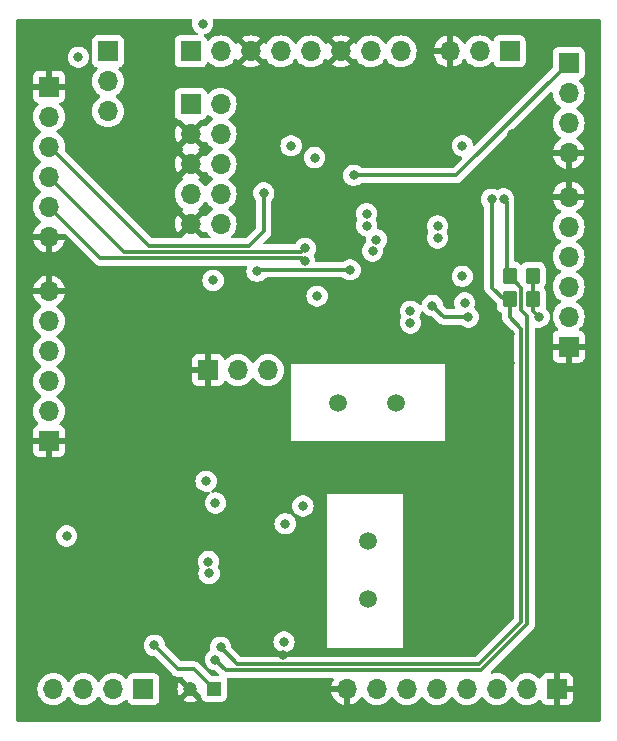
<source format=gbl>
G04 #@! TF.GenerationSoftware,KiCad,Pcbnew,8.0.5*
G04 #@! TF.CreationDate,2025-01-12T20:26:00+01:00*
G04 #@! TF.ProjectId,wolkje-brain,776f6c6b-6a65-42d6-9272-61696e2e6b69,rev?*
G04 #@! TF.SameCoordinates,Original*
G04 #@! TF.FileFunction,Copper,L4,Bot*
G04 #@! TF.FilePolarity,Positive*
%FSLAX46Y46*%
G04 Gerber Fmt 4.6, Leading zero omitted, Abs format (unit mm)*
G04 Created by KiCad (PCBNEW 8.0.5) date 2025-01-12 20:26:00*
%MOMM*%
%LPD*%
G01*
G04 APERTURE LIST*
G04 Aperture macros list*
%AMRoundRect*
0 Rectangle with rounded corners*
0 $1 Rounding radius*
0 $2 $3 $4 $5 $6 $7 $8 $9 X,Y pos of 4 corners*
0 Add a 4 corners polygon primitive as box body*
4,1,4,$2,$3,$4,$5,$6,$7,$8,$9,$2,$3,0*
0 Add four circle primitives for the rounded corners*
1,1,$1+$1,$2,$3*
1,1,$1+$1,$4,$5*
1,1,$1+$1,$6,$7*
1,1,$1+$1,$8,$9*
0 Add four rect primitives between the rounded corners*
20,1,$1+$1,$2,$3,$4,$5,0*
20,1,$1+$1,$4,$5,$6,$7,0*
20,1,$1+$1,$6,$7,$8,$9,0*
20,1,$1+$1,$8,$9,$2,$3,0*%
G04 Aperture macros list end*
G04 #@! TA.AperFunction,ComponentPad*
%ADD10C,1.200000*%
G04 #@! TD*
G04 #@! TA.AperFunction,ComponentPad*
%ADD11R,1.200000X1.200000*%
G04 #@! TD*
G04 #@! TA.AperFunction,ComponentPad*
%ADD12O,1.700000X1.700000*%
G04 #@! TD*
G04 #@! TA.AperFunction,ComponentPad*
%ADD13R,1.700000X1.700000*%
G04 #@! TD*
G04 #@! TA.AperFunction,ComponentPad*
%ADD14C,1.500000*%
G04 #@! TD*
G04 #@! TA.AperFunction,SMDPad,CuDef*
%ADD15RoundRect,0.250000X-0.350000X-0.450000X0.350000X-0.450000X0.350000X0.450000X-0.350000X0.450000X0*%
G04 #@! TD*
G04 #@! TA.AperFunction,SMDPad,CuDef*
%ADD16RoundRect,0.250000X0.350000X0.450000X-0.350000X0.450000X-0.350000X-0.450000X0.350000X-0.450000X0*%
G04 #@! TD*
G04 #@! TA.AperFunction,ViaPad*
%ADD17C,0.800000*%
G04 #@! TD*
G04 #@! TA.AperFunction,Conductor*
%ADD18C,0.300000*%
G04 #@! TD*
G04 APERTURE END LIST*
D10*
X64972600Y-107000000D03*
D11*
X66972600Y-107000000D03*
D12*
X71540000Y-80000000D03*
X69000000Y-80000000D03*
D13*
X66460000Y-80000000D03*
D12*
X86920000Y-53000000D03*
X89460000Y-53000000D03*
D13*
X92000000Y-53000000D03*
D14*
X80000000Y-99380000D03*
X80000000Y-94500000D03*
D12*
X67540000Y-67620000D03*
X65000000Y-67620000D03*
X67540000Y-65080000D03*
X65000000Y-65080000D03*
X67540000Y-62540000D03*
X65000000Y-62540000D03*
X67540000Y-60000000D03*
X65000000Y-60000000D03*
X67540000Y-57460000D03*
D13*
X65000000Y-57460000D03*
D14*
X82380000Y-82800000D03*
X77500000Y-82800000D03*
D12*
X58000000Y-58080000D03*
X58000000Y-55540000D03*
D13*
X58000000Y-53000000D03*
D12*
X53000000Y-68700000D03*
X53000000Y-66160000D03*
X53000000Y-63620000D03*
X53000000Y-61080000D03*
X53000000Y-58540000D03*
D13*
X53000000Y-56000000D03*
D12*
X97000000Y-61620000D03*
X97000000Y-59080000D03*
X97000000Y-56540000D03*
D13*
X97000000Y-54000000D03*
D15*
X94000000Y-74000000D03*
X92000000Y-74000000D03*
D16*
X92000000Y-72000000D03*
X94000000Y-72000000D03*
D12*
X53000000Y-73300000D03*
X53000000Y-75840000D03*
X53000000Y-78380000D03*
X53000000Y-80920000D03*
X53000000Y-83460000D03*
D13*
X53000000Y-86000000D03*
D12*
X53380000Y-107000000D03*
X55920000Y-107000000D03*
X58460000Y-107000000D03*
D13*
X61000000Y-107000000D03*
D12*
X97000000Y-65300000D03*
X97000000Y-67840000D03*
X97000000Y-70380000D03*
X97000000Y-72920000D03*
X97000000Y-75460000D03*
D13*
X97000000Y-78000000D03*
D12*
X78220000Y-107000000D03*
X80760000Y-107000000D03*
X83300000Y-107000000D03*
X85840000Y-107000000D03*
X88380000Y-107000000D03*
X90920000Y-107000000D03*
X93460000Y-107000000D03*
D13*
X96000000Y-107000000D03*
D12*
X82780000Y-53000000D03*
X80240000Y-53000000D03*
X77700000Y-53000000D03*
X75160000Y-53000000D03*
X72620000Y-53000000D03*
X70080000Y-53000000D03*
X67540000Y-53000000D03*
D13*
X65000000Y-53000000D03*
D17*
X65500000Y-104200000D03*
X70100000Y-54900000D03*
X77700000Y-55000000D03*
X73000000Y-93000000D03*
X94500000Y-75500000D03*
X75500000Y-62000000D03*
X72900000Y-103000000D03*
X88000000Y-61000000D03*
X55500000Y-53500000D03*
X73500000Y-61000000D03*
X88200000Y-74300000D03*
X66900000Y-72400000D03*
X74500000Y-91500000D03*
X75700000Y-73730331D03*
X89500000Y-58500000D03*
X79000000Y-70000000D03*
X94500000Y-69500000D03*
X87100000Y-65800000D03*
X79000000Y-89000000D03*
X87100000Y-64900000D03*
X64600000Y-99500000D03*
X58500000Y-90500000D03*
X55500000Y-51500000D03*
X81500000Y-57000000D03*
X92000000Y-79400000D03*
X87100000Y-66700000D03*
X62500000Y-83000000D03*
X63200000Y-95600000D03*
X73000000Y-107000000D03*
X88000000Y-94500000D03*
X92200000Y-60000000D03*
X85200000Y-70700000D03*
X56000000Y-90500000D03*
X81000000Y-89000000D03*
X70500000Y-88000000D03*
X92000000Y-76900000D03*
X70000000Y-99500000D03*
X78300000Y-57300000D03*
X88000000Y-99500000D03*
X63000000Y-67600000D03*
X65000000Y-72000000D03*
X72800000Y-104150000D03*
X66400000Y-99500000D03*
X75500000Y-57300000D03*
X62900000Y-62500000D03*
X61300000Y-99300000D03*
X75600000Y-75400000D03*
X65500000Y-99200000D03*
X62900000Y-59900000D03*
X86600000Y-70700000D03*
X73000000Y-88000000D03*
X66000000Y-50650000D03*
X88500000Y-75500000D03*
X54500000Y-94037500D03*
X85452056Y-74522944D03*
X78500000Y-71500000D03*
X70626775Y-71626775D03*
X61925000Y-103300000D03*
X67100000Y-104500000D03*
X91500000Y-65500000D03*
X80716228Y-68951315D03*
X66300000Y-89400000D03*
X67100000Y-91250000D03*
X80400000Y-69900000D03*
X78800000Y-63500000D03*
X88000000Y-72050000D03*
X85900000Y-67800000D03*
X79900000Y-67750000D03*
X66500000Y-96200000D03*
X83600000Y-74999997D03*
X83600000Y-76000000D03*
X90469669Y-65530331D03*
X67530331Y-103469669D03*
X85900000Y-68800000D03*
X66560658Y-97200003D03*
X79900000Y-66749997D03*
X74650000Y-70750000D03*
X71188404Y-65000000D03*
X74688946Y-69685927D03*
D18*
X68000000Y-105400000D02*
X89600000Y-105400000D01*
X93000000Y-73000000D02*
X92000000Y-72000000D01*
X67100000Y-104500000D02*
X68000000Y-105400000D01*
X89600000Y-105400000D02*
X93500000Y-101500000D01*
X93000000Y-74939339D02*
X93000000Y-73000000D01*
X93500000Y-101500000D02*
X93500000Y-75439339D01*
X93500000Y-75439339D02*
X93000000Y-74939339D01*
X94000000Y-75000000D02*
X94000000Y-74000000D01*
X94500000Y-75500000D02*
X94000000Y-75000000D01*
X94000000Y-72000000D02*
X94000000Y-74000000D01*
X86429112Y-75500000D02*
X88500000Y-75500000D01*
X85452056Y-74522944D02*
X86429112Y-75500000D01*
X70626775Y-71626775D02*
X70753550Y-71500000D01*
X70753550Y-71500000D02*
X78500000Y-71500000D01*
X61925000Y-103300000D02*
X63925000Y-105300000D01*
X65272600Y-105300000D02*
X66972600Y-107000000D01*
X63925000Y-105300000D02*
X65272600Y-105300000D01*
X91750000Y-65750000D02*
X91500000Y-65500000D01*
X92000000Y-72000000D02*
X91750000Y-71750000D01*
X91750000Y-71750000D02*
X91750000Y-65750000D01*
X87500000Y-63500000D02*
X97000000Y-54000000D01*
X78800000Y-63500000D02*
X87500000Y-63500000D01*
X93000000Y-101292894D02*
X93000000Y-76500000D01*
X90469669Y-65530331D02*
X90500000Y-65560662D01*
X67530331Y-103469669D02*
X68960662Y-104900000D01*
X92000000Y-75500000D02*
X92000000Y-74000000D01*
X93000000Y-76500000D02*
X92000000Y-75500000D01*
X91500000Y-74000000D02*
X92000000Y-74000000D01*
X89392894Y-104900000D02*
X93000000Y-101292894D01*
X68960662Y-104900000D02*
X89392894Y-104900000D01*
X90500000Y-65560662D02*
X90500000Y-73000000D01*
X90500000Y-73000000D02*
X91500000Y-74000000D01*
X74650000Y-70750000D02*
X74400000Y-70500000D01*
X74400000Y-70500000D02*
X57340000Y-70500000D01*
X57340000Y-70500000D02*
X53000000Y-66160000D01*
X53080000Y-61080000D02*
X53000000Y-61080000D01*
X71188404Y-68211596D02*
X69900000Y-69500000D01*
X61500000Y-69500000D02*
X53080000Y-61080000D01*
X69900000Y-69500000D02*
X61500000Y-69500000D01*
X71188404Y-65000000D02*
X71188404Y-68211596D01*
X74374873Y-70000000D02*
X59380000Y-70000000D01*
X74688946Y-69685927D02*
X74374873Y-70000000D01*
X59380000Y-70000000D02*
X53000000Y-63620000D01*
G04 #@! TA.AperFunction,Conductor*
G36*
X66114925Y-68381373D02*
G01*
X66168119Y-68305405D01*
X66222696Y-68261781D01*
X66292195Y-68254588D01*
X66354549Y-68286110D01*
X66371269Y-68305405D01*
X66501505Y-68491401D01*
X66501506Y-68491402D01*
X66647923Y-68637819D01*
X66681408Y-68699142D01*
X66676424Y-68768834D01*
X66634552Y-68824767D01*
X66569088Y-68849184D01*
X66560242Y-68849500D01*
X65886672Y-68849500D01*
X65819633Y-68829815D01*
X65773878Y-68777011D01*
X65767722Y-68741274D01*
X65129409Y-68102962D01*
X65192993Y-68085925D01*
X65307007Y-68020099D01*
X65400099Y-67927007D01*
X65465925Y-67812993D01*
X65482962Y-67749410D01*
X66114925Y-68381373D01*
G37*
G04 #@! TD.AperFunction*
G04 #@! TA.AperFunction,Conductor*
G36*
X66354855Y-65746546D02*
G01*
X66371575Y-65765842D01*
X66501501Y-65951396D01*
X66501506Y-65951402D01*
X66668597Y-66118493D01*
X66668603Y-66118498D01*
X66854158Y-66248425D01*
X66897783Y-66303002D01*
X66904977Y-66372500D01*
X66873454Y-66434855D01*
X66854158Y-66451575D01*
X66668597Y-66581505D01*
X66501505Y-66748597D01*
X66371269Y-66934595D01*
X66316692Y-66978220D01*
X66247194Y-66985414D01*
X66184839Y-66953891D01*
X66168119Y-66934595D01*
X66114925Y-66858626D01*
X66114925Y-66858625D01*
X65482962Y-67490589D01*
X65465925Y-67427007D01*
X65400099Y-67312993D01*
X65307007Y-67219901D01*
X65192993Y-67154075D01*
X65129410Y-67137037D01*
X65761373Y-66505073D01*
X65761373Y-66505072D01*
X65685405Y-66451880D01*
X65641780Y-66397304D01*
X65634586Y-66327805D01*
X65666108Y-66265451D01*
X65685399Y-66248734D01*
X65871401Y-66118495D01*
X66038495Y-65951401D01*
X66168425Y-65765842D01*
X66223002Y-65722217D01*
X66292500Y-65715023D01*
X66354855Y-65746546D01*
G37*
G04 #@! TD.AperFunction*
G04 #@! TA.AperFunction,Conductor*
G36*
X66114925Y-63301373D02*
G01*
X66168119Y-63225405D01*
X66222696Y-63181781D01*
X66292195Y-63174588D01*
X66354549Y-63206110D01*
X66371269Y-63225405D01*
X66501505Y-63411401D01*
X66501506Y-63411402D01*
X66668597Y-63578493D01*
X66668603Y-63578498D01*
X66854158Y-63708425D01*
X66897783Y-63763002D01*
X66904977Y-63832500D01*
X66873454Y-63894855D01*
X66854158Y-63911575D01*
X66668597Y-64041505D01*
X66501505Y-64208597D01*
X66371575Y-64394158D01*
X66316998Y-64437783D01*
X66247500Y-64444977D01*
X66185145Y-64413454D01*
X66168425Y-64394158D01*
X66038494Y-64208597D01*
X65871402Y-64041506D01*
X65871401Y-64041505D01*
X65685405Y-63911269D01*
X65641781Y-63856692D01*
X65634588Y-63787193D01*
X65666110Y-63724839D01*
X65685405Y-63708119D01*
X65761373Y-63654925D01*
X65129409Y-63022962D01*
X65192993Y-63005925D01*
X65307007Y-62940099D01*
X65400099Y-62847007D01*
X65465925Y-62732993D01*
X65482962Y-62669410D01*
X66114925Y-63301373D01*
G37*
G04 #@! TD.AperFunction*
G04 #@! TA.AperFunction,Conductor*
G36*
X66114925Y-60761373D02*
G01*
X66168119Y-60685405D01*
X66222696Y-60641781D01*
X66292195Y-60634588D01*
X66354549Y-60666110D01*
X66371269Y-60685405D01*
X66501505Y-60871401D01*
X66501506Y-60871402D01*
X66668597Y-61038493D01*
X66668603Y-61038498D01*
X66854158Y-61168425D01*
X66897783Y-61223002D01*
X66904977Y-61292500D01*
X66873454Y-61354855D01*
X66854158Y-61371575D01*
X66668597Y-61501505D01*
X66501505Y-61668597D01*
X66371269Y-61854595D01*
X66316692Y-61898220D01*
X66247194Y-61905414D01*
X66184839Y-61873891D01*
X66168119Y-61854595D01*
X66114925Y-61778626D01*
X66114925Y-61778625D01*
X65482962Y-62410589D01*
X65465925Y-62347007D01*
X65400099Y-62232993D01*
X65307007Y-62139901D01*
X65192993Y-62074075D01*
X65129410Y-62057037D01*
X65761373Y-61425073D01*
X65684969Y-61371576D01*
X65641344Y-61316999D01*
X65634150Y-61247501D01*
X65665672Y-61185146D01*
X65684968Y-61168425D01*
X65761373Y-61114925D01*
X65129409Y-60482962D01*
X65192993Y-60465925D01*
X65307007Y-60400099D01*
X65400099Y-60307007D01*
X65465925Y-60192993D01*
X65482962Y-60129410D01*
X66114925Y-60761373D01*
G37*
G04 #@! TD.AperFunction*
G04 #@! TA.AperFunction,Conductor*
G36*
X66518418Y-58355417D02*
G01*
X66546673Y-58376569D01*
X66668597Y-58498493D01*
X66668603Y-58498498D01*
X66854158Y-58628425D01*
X66897783Y-58683002D01*
X66904977Y-58752500D01*
X66873454Y-58814855D01*
X66854158Y-58831575D01*
X66668597Y-58961505D01*
X66501505Y-59128597D01*
X66371269Y-59314595D01*
X66316692Y-59358220D01*
X66247194Y-59365414D01*
X66184839Y-59333891D01*
X66168119Y-59314595D01*
X66114925Y-59238626D01*
X66114925Y-59238625D01*
X65482962Y-59870589D01*
X65465925Y-59807007D01*
X65400099Y-59692993D01*
X65307007Y-59599901D01*
X65192993Y-59534075D01*
X65129410Y-59517037D01*
X65799629Y-58846818D01*
X65860952Y-58813333D01*
X65887309Y-58810499D01*
X65897872Y-58810499D01*
X65957483Y-58804091D01*
X66092331Y-58753796D01*
X66207546Y-58667546D01*
X66293796Y-58552331D01*
X66342810Y-58420916D01*
X66384681Y-58364984D01*
X66450145Y-58340566D01*
X66518418Y-58355417D01*
G37*
G04 #@! TD.AperFunction*
G04 #@! TA.AperFunction,Conductor*
G36*
X65079331Y-50270185D02*
G01*
X65125086Y-50322989D01*
X65135030Y-50392147D01*
X65130223Y-50412818D01*
X65114326Y-50461744D01*
X65094540Y-50650000D01*
X65114326Y-50838256D01*
X65114327Y-50838259D01*
X65172818Y-51018277D01*
X65172821Y-51018284D01*
X65267467Y-51182216D01*
X65394129Y-51322888D01*
X65534924Y-51425182D01*
X65577590Y-51480512D01*
X65583569Y-51550125D01*
X65550963Y-51611920D01*
X65490124Y-51646278D01*
X65462039Y-51649500D01*
X64102129Y-51649500D01*
X64102123Y-51649501D01*
X64042516Y-51655908D01*
X63907671Y-51706202D01*
X63907664Y-51706206D01*
X63792455Y-51792452D01*
X63792452Y-51792455D01*
X63706206Y-51907664D01*
X63706202Y-51907671D01*
X63655908Y-52042517D01*
X63649501Y-52102116D01*
X63649501Y-52102123D01*
X63649500Y-52102135D01*
X63649500Y-53897870D01*
X63649501Y-53897876D01*
X63655908Y-53957483D01*
X63706202Y-54092328D01*
X63706206Y-54092335D01*
X63792452Y-54207544D01*
X63792455Y-54207547D01*
X63907664Y-54293793D01*
X63907671Y-54293797D01*
X64042517Y-54344091D01*
X64042516Y-54344091D01*
X64049444Y-54344835D01*
X64102127Y-54350500D01*
X65897872Y-54350499D01*
X65957483Y-54344091D01*
X66092331Y-54293796D01*
X66207546Y-54207546D01*
X66293796Y-54092331D01*
X66342810Y-53960916D01*
X66384681Y-53904984D01*
X66450145Y-53880566D01*
X66518418Y-53895417D01*
X66546673Y-53916569D01*
X66668599Y-54038495D01*
X66765384Y-54106265D01*
X66862165Y-54174032D01*
X66862167Y-54174033D01*
X66862170Y-54174035D01*
X67076337Y-54273903D01*
X67076343Y-54273904D01*
X67076344Y-54273905D01*
X67131285Y-54288626D01*
X67304592Y-54335063D01*
X67481034Y-54350500D01*
X67539999Y-54355659D01*
X67540000Y-54355659D01*
X67540001Y-54355659D01*
X67598966Y-54350500D01*
X67775408Y-54335063D01*
X68003663Y-54273903D01*
X68217830Y-54174035D01*
X68411401Y-54038495D01*
X68578495Y-53871401D01*
X68708732Y-53685403D01*
X68763307Y-53641780D01*
X68832805Y-53634586D01*
X68895160Y-53666109D01*
X68911880Y-53685405D01*
X68965073Y-53761373D01*
X69597037Y-53129409D01*
X69614075Y-53192993D01*
X69679901Y-53307007D01*
X69772993Y-53400099D01*
X69887007Y-53465925D01*
X69950590Y-53482962D01*
X69318625Y-54114925D01*
X69402421Y-54173599D01*
X69616507Y-54273429D01*
X69616516Y-54273433D01*
X69844673Y-54334567D01*
X69844684Y-54334569D01*
X70079998Y-54355157D01*
X70080002Y-54355157D01*
X70315315Y-54334569D01*
X70315326Y-54334567D01*
X70543483Y-54273433D01*
X70543492Y-54273429D01*
X70757578Y-54173600D01*
X70757582Y-54173598D01*
X70841373Y-54114926D01*
X70841373Y-54114925D01*
X70209409Y-53482962D01*
X70272993Y-53465925D01*
X70387007Y-53400099D01*
X70480099Y-53307007D01*
X70545925Y-53192993D01*
X70562962Y-53129410D01*
X71194925Y-53761373D01*
X71248119Y-53685405D01*
X71302696Y-53641781D01*
X71372195Y-53634588D01*
X71434549Y-53666110D01*
X71451269Y-53685405D01*
X71581505Y-53871401D01*
X71748599Y-54038495D01*
X71845384Y-54106265D01*
X71942165Y-54174032D01*
X71942167Y-54174033D01*
X71942170Y-54174035D01*
X72156337Y-54273903D01*
X72156343Y-54273904D01*
X72156344Y-54273905D01*
X72211285Y-54288626D01*
X72384592Y-54335063D01*
X72561034Y-54350500D01*
X72619999Y-54355659D01*
X72620000Y-54355659D01*
X72620001Y-54355659D01*
X72678966Y-54350500D01*
X72855408Y-54335063D01*
X73083663Y-54273903D01*
X73297830Y-54174035D01*
X73491401Y-54038495D01*
X73658495Y-53871401D01*
X73788425Y-53685842D01*
X73843002Y-53642217D01*
X73912500Y-53635023D01*
X73974855Y-53666546D01*
X73991575Y-53685842D01*
X74121500Y-53871395D01*
X74121505Y-53871401D01*
X74288599Y-54038495D01*
X74385384Y-54106265D01*
X74482165Y-54174032D01*
X74482167Y-54174033D01*
X74482170Y-54174035D01*
X74696337Y-54273903D01*
X74696343Y-54273904D01*
X74696344Y-54273905D01*
X74751285Y-54288626D01*
X74924592Y-54335063D01*
X75101034Y-54350500D01*
X75159999Y-54355659D01*
X75160000Y-54355659D01*
X75160001Y-54355659D01*
X75218966Y-54350500D01*
X75395408Y-54335063D01*
X75623663Y-54273903D01*
X75837830Y-54174035D01*
X76031401Y-54038495D01*
X76198495Y-53871401D01*
X76328732Y-53685403D01*
X76383307Y-53641780D01*
X76452805Y-53634586D01*
X76515160Y-53666109D01*
X76531880Y-53685405D01*
X76585073Y-53761373D01*
X77217037Y-53129409D01*
X77234075Y-53192993D01*
X77299901Y-53307007D01*
X77392993Y-53400099D01*
X77507007Y-53465925D01*
X77570590Y-53482962D01*
X76938625Y-54114925D01*
X77022421Y-54173599D01*
X77236507Y-54273429D01*
X77236516Y-54273433D01*
X77464673Y-54334567D01*
X77464684Y-54334569D01*
X77699998Y-54355157D01*
X77700002Y-54355157D01*
X77935315Y-54334569D01*
X77935326Y-54334567D01*
X78163483Y-54273433D01*
X78163492Y-54273429D01*
X78377578Y-54173600D01*
X78377582Y-54173598D01*
X78461373Y-54114926D01*
X78461373Y-54114925D01*
X77829409Y-53482962D01*
X77892993Y-53465925D01*
X78007007Y-53400099D01*
X78100099Y-53307007D01*
X78165925Y-53192993D01*
X78182962Y-53129410D01*
X78814925Y-53761373D01*
X78868119Y-53685405D01*
X78922696Y-53641781D01*
X78992195Y-53634588D01*
X79054549Y-53666110D01*
X79071269Y-53685405D01*
X79201505Y-53871401D01*
X79368599Y-54038495D01*
X79465384Y-54106265D01*
X79562165Y-54174032D01*
X79562167Y-54174033D01*
X79562170Y-54174035D01*
X79776337Y-54273903D01*
X79776343Y-54273904D01*
X79776344Y-54273905D01*
X79831285Y-54288626D01*
X80004592Y-54335063D01*
X80181034Y-54350500D01*
X80239999Y-54355659D01*
X80240000Y-54355659D01*
X80240001Y-54355659D01*
X80298966Y-54350500D01*
X80475408Y-54335063D01*
X80703663Y-54273903D01*
X80917830Y-54174035D01*
X81111401Y-54038495D01*
X81278495Y-53871401D01*
X81408425Y-53685842D01*
X81463002Y-53642217D01*
X81532500Y-53635023D01*
X81594855Y-53666546D01*
X81611575Y-53685842D01*
X81741500Y-53871395D01*
X81741505Y-53871401D01*
X81908599Y-54038495D01*
X82005384Y-54106265D01*
X82102165Y-54174032D01*
X82102167Y-54174033D01*
X82102170Y-54174035D01*
X82316337Y-54273903D01*
X82316343Y-54273904D01*
X82316344Y-54273905D01*
X82371285Y-54288626D01*
X82544592Y-54335063D01*
X82721034Y-54350500D01*
X82779999Y-54355659D01*
X82780000Y-54355659D01*
X82780001Y-54355659D01*
X82838966Y-54350500D01*
X83015408Y-54335063D01*
X83243663Y-54273903D01*
X83457830Y-54174035D01*
X83651401Y-54038495D01*
X83818495Y-53871401D01*
X83954035Y-53677830D01*
X84053903Y-53463663D01*
X84115063Y-53235408D01*
X84135659Y-53000000D01*
X84132840Y-52967785D01*
X84118774Y-52807007D01*
X84115063Y-52764592D01*
X84111153Y-52749999D01*
X85589364Y-52749999D01*
X85589364Y-52750000D01*
X86486988Y-52750000D01*
X86454075Y-52807007D01*
X86420000Y-52934174D01*
X86420000Y-53065826D01*
X86454075Y-53192993D01*
X86486988Y-53250000D01*
X85589364Y-53250000D01*
X85646567Y-53463486D01*
X85646570Y-53463492D01*
X85746399Y-53677578D01*
X85881894Y-53871082D01*
X86048917Y-54038105D01*
X86242421Y-54173600D01*
X86456507Y-54273429D01*
X86456516Y-54273433D01*
X86670000Y-54330634D01*
X86670000Y-53433012D01*
X86727007Y-53465925D01*
X86854174Y-53500000D01*
X86985826Y-53500000D01*
X87112993Y-53465925D01*
X87170000Y-53433012D01*
X87170000Y-54330633D01*
X87383483Y-54273433D01*
X87383492Y-54273429D01*
X87597578Y-54173600D01*
X87791082Y-54038105D01*
X87958105Y-53871082D01*
X88088119Y-53685405D01*
X88142696Y-53641781D01*
X88212195Y-53634588D01*
X88274549Y-53666110D01*
X88291269Y-53685405D01*
X88421505Y-53871401D01*
X88588599Y-54038495D01*
X88685384Y-54106265D01*
X88782165Y-54174032D01*
X88782167Y-54174033D01*
X88782170Y-54174035D01*
X88996337Y-54273903D01*
X88996343Y-54273904D01*
X88996344Y-54273905D01*
X89051285Y-54288626D01*
X89224592Y-54335063D01*
X89401034Y-54350500D01*
X89459999Y-54355659D01*
X89460000Y-54355659D01*
X89460001Y-54355659D01*
X89518966Y-54350500D01*
X89695408Y-54335063D01*
X89923663Y-54273903D01*
X90137830Y-54174035D01*
X90331401Y-54038495D01*
X90453329Y-53916566D01*
X90514648Y-53883084D01*
X90584340Y-53888068D01*
X90640274Y-53929939D01*
X90657189Y-53960917D01*
X90706202Y-54092328D01*
X90706206Y-54092335D01*
X90792452Y-54207544D01*
X90792455Y-54207547D01*
X90907664Y-54293793D01*
X90907671Y-54293797D01*
X91042517Y-54344091D01*
X91042516Y-54344091D01*
X91049444Y-54344835D01*
X91102127Y-54350500D01*
X92897872Y-54350499D01*
X92957483Y-54344091D01*
X93092331Y-54293796D01*
X93207546Y-54207546D01*
X93293796Y-54092331D01*
X93344091Y-53957483D01*
X93350500Y-53897873D01*
X93350499Y-52102128D01*
X93344091Y-52042517D01*
X93342810Y-52039083D01*
X93293797Y-51907671D01*
X93293793Y-51907664D01*
X93207547Y-51792455D01*
X93207544Y-51792452D01*
X93092335Y-51706206D01*
X93092328Y-51706202D01*
X92957482Y-51655908D01*
X92957483Y-51655908D01*
X92897883Y-51649501D01*
X92897881Y-51649500D01*
X92897873Y-51649500D01*
X92897864Y-51649500D01*
X91102129Y-51649500D01*
X91102123Y-51649501D01*
X91042516Y-51655908D01*
X90907671Y-51706202D01*
X90907664Y-51706206D01*
X90792455Y-51792452D01*
X90792452Y-51792455D01*
X90706206Y-51907664D01*
X90706203Y-51907669D01*
X90657189Y-52039083D01*
X90615317Y-52095016D01*
X90549853Y-52119433D01*
X90481580Y-52104581D01*
X90453326Y-52083430D01*
X90331402Y-51961506D01*
X90331395Y-51961501D01*
X90137834Y-51825967D01*
X90137830Y-51825965D01*
X90137828Y-51825964D01*
X89923663Y-51726097D01*
X89923659Y-51726096D01*
X89923655Y-51726094D01*
X89695413Y-51664938D01*
X89695403Y-51664936D01*
X89460001Y-51644341D01*
X89459999Y-51644341D01*
X89224596Y-51664936D01*
X89224586Y-51664938D01*
X88996344Y-51726094D01*
X88996335Y-51726098D01*
X88782171Y-51825964D01*
X88782169Y-51825965D01*
X88588597Y-51961505D01*
X88421508Y-52128594D01*
X88291269Y-52314595D01*
X88236692Y-52358219D01*
X88167193Y-52365412D01*
X88104839Y-52333890D01*
X88088119Y-52314594D01*
X87958113Y-52128926D01*
X87958108Y-52128920D01*
X87791082Y-51961894D01*
X87597578Y-51826399D01*
X87383492Y-51726570D01*
X87383486Y-51726567D01*
X87170000Y-51669364D01*
X87170000Y-52566988D01*
X87112993Y-52534075D01*
X86985826Y-52500000D01*
X86854174Y-52500000D01*
X86727007Y-52534075D01*
X86670000Y-52566988D01*
X86670000Y-51669364D01*
X86669999Y-51669364D01*
X86456513Y-51726567D01*
X86456507Y-51726570D01*
X86242422Y-51826399D01*
X86242420Y-51826400D01*
X86048926Y-51961886D01*
X86048920Y-51961891D01*
X85881891Y-52128920D01*
X85881886Y-52128926D01*
X85746400Y-52322420D01*
X85746399Y-52322422D01*
X85646570Y-52536507D01*
X85646567Y-52536513D01*
X85589364Y-52749999D01*
X84111153Y-52749999D01*
X84053903Y-52536337D01*
X83954035Y-52322171D01*
X83948731Y-52314595D01*
X83818494Y-52128597D01*
X83651402Y-51961506D01*
X83651395Y-51961501D01*
X83457834Y-51825967D01*
X83457830Y-51825965D01*
X83457828Y-51825964D01*
X83243663Y-51726097D01*
X83243659Y-51726096D01*
X83243655Y-51726094D01*
X83015413Y-51664938D01*
X83015403Y-51664936D01*
X82780001Y-51644341D01*
X82779999Y-51644341D01*
X82544596Y-51664936D01*
X82544586Y-51664938D01*
X82316344Y-51726094D01*
X82316335Y-51726098D01*
X82102171Y-51825964D01*
X82102169Y-51825965D01*
X81908597Y-51961505D01*
X81741505Y-52128597D01*
X81611575Y-52314158D01*
X81556998Y-52357783D01*
X81487500Y-52364977D01*
X81425145Y-52333454D01*
X81408425Y-52314158D01*
X81278494Y-52128597D01*
X81111402Y-51961506D01*
X81111395Y-51961501D01*
X80917834Y-51825967D01*
X80917830Y-51825965D01*
X80917828Y-51825964D01*
X80703663Y-51726097D01*
X80703659Y-51726096D01*
X80703655Y-51726094D01*
X80475413Y-51664938D01*
X80475403Y-51664936D01*
X80240001Y-51644341D01*
X80239999Y-51644341D01*
X80004596Y-51664936D01*
X80004586Y-51664938D01*
X79776344Y-51726094D01*
X79776335Y-51726098D01*
X79562171Y-51825964D01*
X79562169Y-51825965D01*
X79368597Y-51961505D01*
X79201505Y-52128597D01*
X79071269Y-52314595D01*
X79016692Y-52358220D01*
X78947194Y-52365414D01*
X78884839Y-52333891D01*
X78868119Y-52314595D01*
X78814925Y-52238626D01*
X78814925Y-52238625D01*
X78182962Y-52870589D01*
X78165925Y-52807007D01*
X78100099Y-52692993D01*
X78007007Y-52599901D01*
X77892993Y-52534075D01*
X77829410Y-52517037D01*
X78461373Y-51885073D01*
X78461373Y-51885072D01*
X78377583Y-51826402D01*
X78377579Y-51826400D01*
X78163492Y-51726570D01*
X78163483Y-51726566D01*
X77935326Y-51665432D01*
X77935315Y-51665430D01*
X77700002Y-51644843D01*
X77699998Y-51644843D01*
X77464684Y-51665430D01*
X77464673Y-51665432D01*
X77236516Y-51726566D01*
X77236507Y-51726570D01*
X77022419Y-51826401D01*
X76938625Y-51885072D01*
X77570590Y-52517037D01*
X77507007Y-52534075D01*
X77392993Y-52599901D01*
X77299901Y-52692993D01*
X77234075Y-52807007D01*
X77217037Y-52870590D01*
X76585073Y-52238626D01*
X76531881Y-52314594D01*
X76477304Y-52358219D01*
X76407806Y-52365413D01*
X76345451Y-52333891D01*
X76328730Y-52314594D01*
X76198494Y-52128597D01*
X76031402Y-51961506D01*
X76031395Y-51961501D01*
X75837834Y-51825967D01*
X75837830Y-51825965D01*
X75837828Y-51825964D01*
X75623663Y-51726097D01*
X75623659Y-51726096D01*
X75623655Y-51726094D01*
X75395413Y-51664938D01*
X75395403Y-51664936D01*
X75160001Y-51644341D01*
X75159999Y-51644341D01*
X74924596Y-51664936D01*
X74924586Y-51664938D01*
X74696344Y-51726094D01*
X74696335Y-51726098D01*
X74482171Y-51825964D01*
X74482169Y-51825965D01*
X74288597Y-51961505D01*
X74121505Y-52128597D01*
X73991575Y-52314158D01*
X73936998Y-52357783D01*
X73867500Y-52364977D01*
X73805145Y-52333454D01*
X73788425Y-52314158D01*
X73658494Y-52128597D01*
X73491402Y-51961506D01*
X73491395Y-51961501D01*
X73297834Y-51825967D01*
X73297830Y-51825965D01*
X73297828Y-51825964D01*
X73083663Y-51726097D01*
X73083659Y-51726096D01*
X73083655Y-51726094D01*
X72855413Y-51664938D01*
X72855403Y-51664936D01*
X72620001Y-51644341D01*
X72619999Y-51644341D01*
X72384596Y-51664936D01*
X72384586Y-51664938D01*
X72156344Y-51726094D01*
X72156335Y-51726098D01*
X71942171Y-51825964D01*
X71942169Y-51825965D01*
X71748597Y-51961505D01*
X71581505Y-52128597D01*
X71451269Y-52314595D01*
X71396692Y-52358220D01*
X71327194Y-52365414D01*
X71264839Y-52333891D01*
X71248119Y-52314595D01*
X71194925Y-52238626D01*
X71194925Y-52238625D01*
X70562962Y-52870589D01*
X70545925Y-52807007D01*
X70480099Y-52692993D01*
X70387007Y-52599901D01*
X70272993Y-52534075D01*
X70209410Y-52517037D01*
X70841373Y-51885073D01*
X70841373Y-51885072D01*
X70757583Y-51826402D01*
X70757579Y-51826400D01*
X70543492Y-51726570D01*
X70543483Y-51726566D01*
X70315326Y-51665432D01*
X70315315Y-51665430D01*
X70080002Y-51644843D01*
X70079998Y-51644843D01*
X69844684Y-51665430D01*
X69844673Y-51665432D01*
X69616516Y-51726566D01*
X69616507Y-51726570D01*
X69402419Y-51826401D01*
X69318625Y-51885072D01*
X69950590Y-52517037D01*
X69887007Y-52534075D01*
X69772993Y-52599901D01*
X69679901Y-52692993D01*
X69614075Y-52807007D01*
X69597037Y-52870590D01*
X68965073Y-52238626D01*
X68911881Y-52314594D01*
X68857304Y-52358219D01*
X68787806Y-52365413D01*
X68725451Y-52333891D01*
X68708730Y-52314594D01*
X68578494Y-52128597D01*
X68411402Y-51961506D01*
X68411395Y-51961501D01*
X68217834Y-51825967D01*
X68217830Y-51825965D01*
X68217828Y-51825964D01*
X68003663Y-51726097D01*
X68003659Y-51726096D01*
X68003655Y-51726094D01*
X67775413Y-51664938D01*
X67775403Y-51664936D01*
X67540001Y-51644341D01*
X67539999Y-51644341D01*
X67304596Y-51664936D01*
X67304586Y-51664938D01*
X67076344Y-51726094D01*
X67076335Y-51726098D01*
X66862171Y-51825964D01*
X66862169Y-51825965D01*
X66668600Y-51961503D01*
X66546673Y-52083430D01*
X66485350Y-52116914D01*
X66415658Y-52111930D01*
X66359725Y-52070058D01*
X66342810Y-52039081D01*
X66293797Y-51907671D01*
X66293793Y-51907664D01*
X66207547Y-51792455D01*
X66207544Y-51792452D01*
X66149584Y-51749063D01*
X66107713Y-51693129D01*
X66102729Y-51623438D01*
X66136215Y-51562115D01*
X66197538Y-51528631D01*
X66197827Y-51528568D01*
X66279803Y-51511144D01*
X66279807Y-51511142D01*
X66279808Y-51511142D01*
X66348603Y-51480512D01*
X66452730Y-51434151D01*
X66605871Y-51322888D01*
X66732533Y-51182216D01*
X66827179Y-51018284D01*
X66885674Y-50838256D01*
X66905460Y-50650000D01*
X66885674Y-50461744D01*
X66869777Y-50412818D01*
X66867782Y-50342977D01*
X66903862Y-50283144D01*
X66966563Y-50252316D01*
X66987708Y-50250500D01*
X99625500Y-50250500D01*
X99692539Y-50270185D01*
X99738294Y-50322989D01*
X99749500Y-50374500D01*
X99749500Y-109625500D01*
X99729815Y-109692539D01*
X99677011Y-109738294D01*
X99625500Y-109749500D01*
X50374500Y-109749500D01*
X50307461Y-109729815D01*
X50261706Y-109677011D01*
X50250500Y-109625500D01*
X50250500Y-106999999D01*
X52024341Y-106999999D01*
X52024341Y-107000000D01*
X52044936Y-107235403D01*
X52044938Y-107235413D01*
X52106094Y-107463655D01*
X52106096Y-107463659D01*
X52106097Y-107463663D01*
X52200500Y-107666110D01*
X52205965Y-107677830D01*
X52205967Y-107677834D01*
X52226728Y-107707483D01*
X52341505Y-107871401D01*
X52508599Y-108038495D01*
X52587998Y-108094091D01*
X52702165Y-108174032D01*
X52702167Y-108174033D01*
X52702170Y-108174035D01*
X52916337Y-108273903D01*
X53144592Y-108335063D01*
X53321034Y-108350500D01*
X53379999Y-108355659D01*
X53380000Y-108355659D01*
X53380001Y-108355659D01*
X53438966Y-108350500D01*
X53615408Y-108335063D01*
X53843663Y-108273903D01*
X54057830Y-108174035D01*
X54251401Y-108038495D01*
X54418495Y-107871401D01*
X54548425Y-107685842D01*
X54603002Y-107642217D01*
X54672500Y-107635023D01*
X54734855Y-107666546D01*
X54751575Y-107685842D01*
X54881500Y-107871395D01*
X54881505Y-107871401D01*
X55048599Y-108038495D01*
X55127998Y-108094091D01*
X55242165Y-108174032D01*
X55242167Y-108174033D01*
X55242170Y-108174035D01*
X55456337Y-108273903D01*
X55684592Y-108335063D01*
X55861034Y-108350500D01*
X55919999Y-108355659D01*
X55920000Y-108355659D01*
X55920001Y-108355659D01*
X55978966Y-108350500D01*
X56155408Y-108335063D01*
X56383663Y-108273903D01*
X56597830Y-108174035D01*
X56791401Y-108038495D01*
X56958495Y-107871401D01*
X57088425Y-107685842D01*
X57143002Y-107642217D01*
X57212500Y-107635023D01*
X57274855Y-107666546D01*
X57291575Y-107685842D01*
X57421500Y-107871395D01*
X57421505Y-107871401D01*
X57588599Y-108038495D01*
X57667998Y-108094091D01*
X57782165Y-108174032D01*
X57782167Y-108174033D01*
X57782170Y-108174035D01*
X57996337Y-108273903D01*
X58224592Y-108335063D01*
X58401034Y-108350500D01*
X58459999Y-108355659D01*
X58460000Y-108355659D01*
X58460001Y-108355659D01*
X58518966Y-108350500D01*
X58695408Y-108335063D01*
X58923663Y-108273903D01*
X59137830Y-108174035D01*
X59331401Y-108038495D01*
X59453329Y-107916566D01*
X59514648Y-107883084D01*
X59584340Y-107888068D01*
X59640274Y-107929939D01*
X59657189Y-107960917D01*
X59706202Y-108092328D01*
X59706206Y-108092335D01*
X59792452Y-108207544D01*
X59792455Y-108207547D01*
X59907664Y-108293793D01*
X59907671Y-108293797D01*
X60042517Y-108344091D01*
X60042516Y-108344091D01*
X60049444Y-108344835D01*
X60102127Y-108350500D01*
X61897872Y-108350499D01*
X61957483Y-108344091D01*
X62092331Y-108293796D01*
X62207546Y-108207546D01*
X62293796Y-108092331D01*
X62344091Y-107957483D01*
X62346590Y-107934240D01*
X64391911Y-107934240D01*
X64480185Y-107988897D01*
X64670278Y-108062539D01*
X64870672Y-108100000D01*
X65074528Y-108100000D01*
X65274922Y-108062539D01*
X65465012Y-107988899D01*
X65465016Y-107988897D01*
X65553286Y-107934241D01*
X65553286Y-107934240D01*
X64972601Y-107353553D01*
X64972600Y-107353553D01*
X64391911Y-107934240D01*
X62346590Y-107934240D01*
X62350500Y-107897873D01*
X62350499Y-106999999D01*
X63867887Y-106999999D01*
X63867887Y-107000000D01*
X63886696Y-107202989D01*
X63886697Y-107202992D01*
X63942483Y-107399063D01*
X63942486Y-107399069D01*
X64033351Y-107581551D01*
X64035133Y-107583911D01*
X64619046Y-107000000D01*
X64035133Y-106416087D01*
X64033355Y-106418442D01*
X64033354Y-106418443D01*
X63942486Y-106600930D01*
X63942483Y-106600936D01*
X63886697Y-106797007D01*
X63886696Y-106797010D01*
X63867887Y-106999999D01*
X62350499Y-106999999D01*
X62350499Y-106102128D01*
X62344091Y-106042517D01*
X62342810Y-106039083D01*
X62293797Y-105907671D01*
X62293793Y-105907664D01*
X62207547Y-105792455D01*
X62207544Y-105792452D01*
X62092335Y-105706206D01*
X62092328Y-105706202D01*
X61957482Y-105655908D01*
X61957483Y-105655908D01*
X61897883Y-105649501D01*
X61897881Y-105649500D01*
X61897873Y-105649500D01*
X61897864Y-105649500D01*
X60102129Y-105649500D01*
X60102123Y-105649501D01*
X60042516Y-105655908D01*
X59907671Y-105706202D01*
X59907664Y-105706206D01*
X59792455Y-105792452D01*
X59792452Y-105792455D01*
X59706206Y-105907664D01*
X59706203Y-105907669D01*
X59657189Y-106039083D01*
X59615317Y-106095016D01*
X59549853Y-106119433D01*
X59481580Y-106104581D01*
X59453326Y-106083430D01*
X59331402Y-105961506D01*
X59331395Y-105961501D01*
X59137834Y-105825967D01*
X59137830Y-105825965D01*
X59113606Y-105814669D01*
X58923663Y-105726097D01*
X58923659Y-105726096D01*
X58923655Y-105726094D01*
X58695413Y-105664938D01*
X58695403Y-105664936D01*
X58460001Y-105644341D01*
X58459999Y-105644341D01*
X58224596Y-105664936D01*
X58224586Y-105664938D01*
X57996344Y-105726094D01*
X57996335Y-105726098D01*
X57782171Y-105825964D01*
X57782169Y-105825965D01*
X57588597Y-105961505D01*
X57421505Y-106128597D01*
X57291575Y-106314158D01*
X57236998Y-106357783D01*
X57167500Y-106364977D01*
X57105145Y-106333454D01*
X57088425Y-106314158D01*
X56958494Y-106128597D01*
X56791402Y-105961506D01*
X56791395Y-105961501D01*
X56597834Y-105825967D01*
X56597830Y-105825965D01*
X56573606Y-105814669D01*
X56383663Y-105726097D01*
X56383659Y-105726096D01*
X56383655Y-105726094D01*
X56155413Y-105664938D01*
X56155403Y-105664936D01*
X55920001Y-105644341D01*
X55919999Y-105644341D01*
X55684596Y-105664936D01*
X55684586Y-105664938D01*
X55456344Y-105726094D01*
X55456335Y-105726098D01*
X55242171Y-105825964D01*
X55242169Y-105825965D01*
X55048597Y-105961505D01*
X54881505Y-106128597D01*
X54751575Y-106314158D01*
X54696998Y-106357783D01*
X54627500Y-106364977D01*
X54565145Y-106333454D01*
X54548425Y-106314158D01*
X54418494Y-106128597D01*
X54251402Y-105961506D01*
X54251395Y-105961501D01*
X54057834Y-105825967D01*
X54057830Y-105825965D01*
X54033606Y-105814669D01*
X53843663Y-105726097D01*
X53843659Y-105726096D01*
X53843655Y-105726094D01*
X53615413Y-105664938D01*
X53615403Y-105664936D01*
X53380001Y-105644341D01*
X53379999Y-105644341D01*
X53144596Y-105664936D01*
X53144586Y-105664938D01*
X52916344Y-105726094D01*
X52916335Y-105726098D01*
X52702171Y-105825964D01*
X52702169Y-105825965D01*
X52508597Y-105961505D01*
X52341505Y-106128597D01*
X52205965Y-106322169D01*
X52205964Y-106322171D01*
X52106098Y-106536335D01*
X52106094Y-106536344D01*
X52044938Y-106764586D01*
X52044936Y-106764596D01*
X52024341Y-106999999D01*
X50250500Y-106999999D01*
X50250500Y-103300000D01*
X61019540Y-103300000D01*
X61039326Y-103488256D01*
X61039327Y-103488259D01*
X61097818Y-103668277D01*
X61097821Y-103668284D01*
X61192467Y-103832216D01*
X61314533Y-103967784D01*
X61319129Y-103972888D01*
X61472265Y-104084148D01*
X61472270Y-104084151D01*
X61645192Y-104161142D01*
X61645197Y-104161144D01*
X61830354Y-104200500D01*
X61854192Y-104200500D01*
X61921231Y-104220185D01*
X61941873Y-104236819D01*
X63419724Y-105714669D01*
X63497507Y-105792452D01*
X63510332Y-105805277D01*
X63616866Y-105876461D01*
X63616875Y-105876466D01*
X63643692Y-105887574D01*
X63735256Y-105925501D01*
X63735260Y-105925501D01*
X63735261Y-105925502D01*
X63860928Y-105950500D01*
X63860931Y-105950500D01*
X64266066Y-105950500D01*
X64333105Y-105970185D01*
X64378860Y-106022989D01*
X64384425Y-106058272D01*
X64972600Y-106646447D01*
X65031298Y-106705145D01*
X65012096Y-106700000D01*
X64933104Y-106700000D01*
X64856804Y-106720444D01*
X64788395Y-106759940D01*
X64732540Y-106815795D01*
X64693044Y-106884204D01*
X64672600Y-106960504D01*
X64672600Y-107039496D01*
X64693044Y-107115796D01*
X64732540Y-107184205D01*
X64788395Y-107240060D01*
X64856804Y-107279556D01*
X64933104Y-107300000D01*
X65012096Y-107300000D01*
X65088396Y-107279556D01*
X65156805Y-107240060D01*
X65212660Y-107184205D01*
X65252156Y-107115796D01*
X65272600Y-107039496D01*
X65272600Y-106960504D01*
X65267454Y-106941301D01*
X65835781Y-107509627D01*
X65869266Y-107570950D01*
X65872100Y-107597306D01*
X65872100Y-107647869D01*
X65872101Y-107647876D01*
X65878508Y-107707483D01*
X65928802Y-107842328D01*
X65928806Y-107842335D01*
X66015052Y-107957544D01*
X66015055Y-107957547D01*
X66130264Y-108043793D01*
X66130271Y-108043797D01*
X66265117Y-108094091D01*
X66265116Y-108094091D01*
X66272044Y-108094835D01*
X66324727Y-108100500D01*
X67620472Y-108100499D01*
X67680083Y-108094091D01*
X67814931Y-108043796D01*
X67930146Y-107957546D01*
X68016396Y-107842331D01*
X68066691Y-107707483D01*
X68073100Y-107647873D01*
X68073099Y-106352128D01*
X68066691Y-106292517D01*
X68038836Y-106217833D01*
X68033852Y-106148141D01*
X68067337Y-106086818D01*
X68128661Y-106053334D01*
X68155018Y-106050500D01*
X76998600Y-106050500D01*
X77065639Y-106070185D01*
X77111394Y-106122989D01*
X77121338Y-106192147D01*
X77100175Y-106245624D01*
X77046398Y-106322424D01*
X76946570Y-106536507D01*
X76946567Y-106536513D01*
X76889364Y-106749999D01*
X76889364Y-106750000D01*
X77786988Y-106750000D01*
X77754075Y-106807007D01*
X77720000Y-106934174D01*
X77720000Y-107065826D01*
X77754075Y-107192993D01*
X77786988Y-107250000D01*
X76889364Y-107250000D01*
X76946567Y-107463486D01*
X76946570Y-107463492D01*
X77046399Y-107677578D01*
X77181894Y-107871082D01*
X77348917Y-108038105D01*
X77542421Y-108173600D01*
X77756507Y-108273429D01*
X77756516Y-108273433D01*
X77970000Y-108330634D01*
X77970000Y-107433012D01*
X78027007Y-107465925D01*
X78154174Y-107500000D01*
X78285826Y-107500000D01*
X78412993Y-107465925D01*
X78470000Y-107433012D01*
X78470000Y-108330633D01*
X78683483Y-108273433D01*
X78683492Y-108273429D01*
X78897578Y-108173600D01*
X79091082Y-108038105D01*
X79258105Y-107871082D01*
X79388119Y-107685405D01*
X79442696Y-107641781D01*
X79512195Y-107634588D01*
X79574549Y-107666110D01*
X79591269Y-107685405D01*
X79721505Y-107871401D01*
X79888599Y-108038495D01*
X79967998Y-108094091D01*
X80082165Y-108174032D01*
X80082167Y-108174033D01*
X80082170Y-108174035D01*
X80296337Y-108273903D01*
X80524592Y-108335063D01*
X80701034Y-108350500D01*
X80759999Y-108355659D01*
X80760000Y-108355659D01*
X80760001Y-108355659D01*
X80818966Y-108350500D01*
X80995408Y-108335063D01*
X81223663Y-108273903D01*
X81437830Y-108174035D01*
X81631401Y-108038495D01*
X81798495Y-107871401D01*
X81928425Y-107685842D01*
X81983002Y-107642217D01*
X82052500Y-107635023D01*
X82114855Y-107666546D01*
X82131575Y-107685842D01*
X82261500Y-107871395D01*
X82261505Y-107871401D01*
X82428599Y-108038495D01*
X82507998Y-108094091D01*
X82622165Y-108174032D01*
X82622167Y-108174033D01*
X82622170Y-108174035D01*
X82836337Y-108273903D01*
X83064592Y-108335063D01*
X83241034Y-108350500D01*
X83299999Y-108355659D01*
X83300000Y-108355659D01*
X83300001Y-108355659D01*
X83358966Y-108350500D01*
X83535408Y-108335063D01*
X83763663Y-108273903D01*
X83977830Y-108174035D01*
X84171401Y-108038495D01*
X84338495Y-107871401D01*
X84468425Y-107685842D01*
X84523002Y-107642217D01*
X84592500Y-107635023D01*
X84654855Y-107666546D01*
X84671575Y-107685842D01*
X84801500Y-107871395D01*
X84801505Y-107871401D01*
X84968599Y-108038495D01*
X85047998Y-108094091D01*
X85162165Y-108174032D01*
X85162167Y-108174033D01*
X85162170Y-108174035D01*
X85376337Y-108273903D01*
X85604592Y-108335063D01*
X85781034Y-108350500D01*
X85839999Y-108355659D01*
X85840000Y-108355659D01*
X85840001Y-108355659D01*
X85898966Y-108350500D01*
X86075408Y-108335063D01*
X86303663Y-108273903D01*
X86517830Y-108174035D01*
X86711401Y-108038495D01*
X86878495Y-107871401D01*
X87008425Y-107685842D01*
X87063002Y-107642217D01*
X87132500Y-107635023D01*
X87194855Y-107666546D01*
X87211575Y-107685842D01*
X87341500Y-107871395D01*
X87341505Y-107871401D01*
X87508599Y-108038495D01*
X87587998Y-108094091D01*
X87702165Y-108174032D01*
X87702167Y-108174033D01*
X87702170Y-108174035D01*
X87916337Y-108273903D01*
X88144592Y-108335063D01*
X88321034Y-108350500D01*
X88379999Y-108355659D01*
X88380000Y-108355659D01*
X88380001Y-108355659D01*
X88438966Y-108350500D01*
X88615408Y-108335063D01*
X88843663Y-108273903D01*
X89057830Y-108174035D01*
X89251401Y-108038495D01*
X89418495Y-107871401D01*
X89548425Y-107685842D01*
X89603002Y-107642217D01*
X89672500Y-107635023D01*
X89734855Y-107666546D01*
X89751575Y-107685842D01*
X89881500Y-107871395D01*
X89881505Y-107871401D01*
X90048599Y-108038495D01*
X90127998Y-108094091D01*
X90242165Y-108174032D01*
X90242167Y-108174033D01*
X90242170Y-108174035D01*
X90456337Y-108273903D01*
X90684592Y-108335063D01*
X90861034Y-108350500D01*
X90919999Y-108355659D01*
X90920000Y-108355659D01*
X90920001Y-108355659D01*
X90978966Y-108350500D01*
X91155408Y-108335063D01*
X91383663Y-108273903D01*
X91597830Y-108174035D01*
X91791401Y-108038495D01*
X91958495Y-107871401D01*
X92088425Y-107685842D01*
X92143002Y-107642217D01*
X92212500Y-107635023D01*
X92274855Y-107666546D01*
X92291575Y-107685842D01*
X92421500Y-107871395D01*
X92421505Y-107871401D01*
X92588599Y-108038495D01*
X92667998Y-108094091D01*
X92782165Y-108174032D01*
X92782167Y-108174033D01*
X92782170Y-108174035D01*
X92996337Y-108273903D01*
X93224592Y-108335063D01*
X93401034Y-108350500D01*
X93459999Y-108355659D01*
X93460000Y-108355659D01*
X93460001Y-108355659D01*
X93518966Y-108350500D01*
X93695408Y-108335063D01*
X93923663Y-108273903D01*
X94137830Y-108174035D01*
X94331401Y-108038495D01*
X94453717Y-107916178D01*
X94515036Y-107882696D01*
X94584728Y-107887680D01*
X94640662Y-107929551D01*
X94657577Y-107960528D01*
X94706646Y-108092088D01*
X94706649Y-108092093D01*
X94792809Y-108207187D01*
X94792812Y-108207190D01*
X94907906Y-108293350D01*
X94907913Y-108293354D01*
X95042620Y-108343596D01*
X95042627Y-108343598D01*
X95102155Y-108349999D01*
X95102172Y-108350000D01*
X95750000Y-108350000D01*
X95750000Y-107433012D01*
X95807007Y-107465925D01*
X95934174Y-107500000D01*
X96065826Y-107500000D01*
X96192993Y-107465925D01*
X96250000Y-107433012D01*
X96250000Y-108350000D01*
X96897828Y-108350000D01*
X96897844Y-108349999D01*
X96957372Y-108343598D01*
X96957379Y-108343596D01*
X97092086Y-108293354D01*
X97092093Y-108293350D01*
X97207187Y-108207190D01*
X97207190Y-108207187D01*
X97293350Y-108092093D01*
X97293354Y-108092086D01*
X97343596Y-107957379D01*
X97343598Y-107957372D01*
X97349999Y-107897844D01*
X97350000Y-107897827D01*
X97350000Y-107250000D01*
X96433012Y-107250000D01*
X96465925Y-107192993D01*
X96500000Y-107065826D01*
X96500000Y-106934174D01*
X96465925Y-106807007D01*
X96433012Y-106750000D01*
X97350000Y-106750000D01*
X97350000Y-106102172D01*
X97349999Y-106102155D01*
X97343598Y-106042627D01*
X97343596Y-106042620D01*
X97293354Y-105907913D01*
X97293350Y-105907906D01*
X97207190Y-105792812D01*
X97207187Y-105792809D01*
X97092093Y-105706649D01*
X97092086Y-105706645D01*
X96957379Y-105656403D01*
X96957372Y-105656401D01*
X96897844Y-105650000D01*
X96250000Y-105650000D01*
X96250000Y-106566988D01*
X96192993Y-106534075D01*
X96065826Y-106500000D01*
X95934174Y-106500000D01*
X95807007Y-106534075D01*
X95750000Y-106566988D01*
X95750000Y-105650000D01*
X95102155Y-105650000D01*
X95042627Y-105656401D01*
X95042620Y-105656403D01*
X94907913Y-105706645D01*
X94907906Y-105706649D01*
X94792812Y-105792809D01*
X94792809Y-105792812D01*
X94706649Y-105907906D01*
X94706645Y-105907913D01*
X94657578Y-106039470D01*
X94615707Y-106095404D01*
X94550242Y-106119821D01*
X94481969Y-106104969D01*
X94453715Y-106083819D01*
X94392885Y-106022989D01*
X94331401Y-105961505D01*
X94331397Y-105961502D01*
X94331396Y-105961501D01*
X94137834Y-105825967D01*
X94137830Y-105825965D01*
X94113606Y-105814669D01*
X93923663Y-105726097D01*
X93923659Y-105726096D01*
X93923655Y-105726094D01*
X93695413Y-105664938D01*
X93695403Y-105664936D01*
X93460001Y-105644341D01*
X93459999Y-105644341D01*
X93224596Y-105664936D01*
X93224586Y-105664938D01*
X92996344Y-105726094D01*
X92996335Y-105726098D01*
X92782171Y-105825964D01*
X92782169Y-105825965D01*
X92588597Y-105961505D01*
X92421505Y-106128597D01*
X92291575Y-106314158D01*
X92236998Y-106357783D01*
X92167500Y-106364977D01*
X92105145Y-106333454D01*
X92088425Y-106314158D01*
X91958494Y-106128597D01*
X91791402Y-105961506D01*
X91791395Y-105961501D01*
X91597834Y-105825967D01*
X91597830Y-105825965D01*
X91573606Y-105814669D01*
X91383663Y-105726097D01*
X91383659Y-105726096D01*
X91383655Y-105726094D01*
X91155413Y-105664938D01*
X91155403Y-105664936D01*
X90920001Y-105644341D01*
X90919999Y-105644341D01*
X90684596Y-105664936D01*
X90684583Y-105664939D01*
X90544776Y-105702399D01*
X90474927Y-105700736D01*
X90417064Y-105661573D01*
X90389561Y-105597344D01*
X90401148Y-105528442D01*
X90425003Y-105494943D01*
X94005273Y-101914673D01*
X94005277Y-101914669D01*
X94076465Y-101808127D01*
X94125501Y-101689744D01*
X94150500Y-101564069D01*
X94150500Y-76499456D01*
X94170185Y-76432417D01*
X94222989Y-76386662D01*
X94292147Y-76376718D01*
X94300274Y-76378164D01*
X94405354Y-76400500D01*
X94405355Y-76400500D01*
X94594644Y-76400500D01*
X94594646Y-76400500D01*
X94779803Y-76361144D01*
X94952730Y-76284151D01*
X95105871Y-76172888D01*
X95232533Y-76032216D01*
X95327179Y-75868284D01*
X95385674Y-75688256D01*
X95403124Y-75522219D01*
X95418212Y-75485547D01*
X95414331Y-75478164D01*
X95630943Y-75478164D01*
X95648422Y-75512875D01*
X95649973Y-75524374D01*
X95664936Y-75695403D01*
X95664938Y-75695413D01*
X95726094Y-75923655D01*
X95726096Y-75923659D01*
X95726097Y-75923663D01*
X95820215Y-76125500D01*
X95825965Y-76137830D01*
X95825967Y-76137834D01*
X95928418Y-76284148D01*
X95961501Y-76331396D01*
X95961506Y-76331402D01*
X96083818Y-76453714D01*
X96117303Y-76515037D01*
X96112319Y-76584729D01*
X96070447Y-76640662D01*
X96039471Y-76657577D01*
X95907912Y-76706646D01*
X95907906Y-76706649D01*
X95792812Y-76792809D01*
X95792809Y-76792812D01*
X95706649Y-76907906D01*
X95706645Y-76907913D01*
X95656403Y-77042620D01*
X95656401Y-77042627D01*
X95650000Y-77102155D01*
X95650000Y-77750000D01*
X96566988Y-77750000D01*
X96534075Y-77807007D01*
X96500000Y-77934174D01*
X96500000Y-78065826D01*
X96534075Y-78192993D01*
X96566988Y-78250000D01*
X95650000Y-78250000D01*
X95650000Y-78897844D01*
X95656401Y-78957372D01*
X95656403Y-78957379D01*
X95706645Y-79092086D01*
X95706649Y-79092093D01*
X95792809Y-79207187D01*
X95792812Y-79207190D01*
X95907906Y-79293350D01*
X95907913Y-79293354D01*
X96042620Y-79343596D01*
X96042627Y-79343598D01*
X96102155Y-79349999D01*
X96102172Y-79350000D01*
X96750000Y-79350000D01*
X96750000Y-78433012D01*
X96807007Y-78465925D01*
X96934174Y-78500000D01*
X97065826Y-78500000D01*
X97192993Y-78465925D01*
X97250000Y-78433012D01*
X97250000Y-79350000D01*
X97897828Y-79350000D01*
X97897844Y-79349999D01*
X97957372Y-79343598D01*
X97957379Y-79343596D01*
X98092086Y-79293354D01*
X98092093Y-79293350D01*
X98207187Y-79207190D01*
X98207190Y-79207187D01*
X98293350Y-79092093D01*
X98293354Y-79092086D01*
X98343596Y-78957379D01*
X98343598Y-78957372D01*
X98349999Y-78897844D01*
X98350000Y-78897827D01*
X98350000Y-78250000D01*
X97433012Y-78250000D01*
X97465925Y-78192993D01*
X97500000Y-78065826D01*
X97500000Y-77934174D01*
X97465925Y-77807007D01*
X97433012Y-77750000D01*
X98350000Y-77750000D01*
X98350000Y-77102172D01*
X98349999Y-77102155D01*
X98343598Y-77042627D01*
X98343596Y-77042620D01*
X98293354Y-76907913D01*
X98293350Y-76907906D01*
X98207190Y-76792812D01*
X98207187Y-76792809D01*
X98092093Y-76706649D01*
X98092088Y-76706646D01*
X97960528Y-76657577D01*
X97904595Y-76615705D01*
X97880178Y-76550241D01*
X97895030Y-76481968D01*
X97916175Y-76453720D01*
X98038495Y-76331401D01*
X98174035Y-76137830D01*
X98273903Y-75923663D01*
X98335063Y-75695408D01*
X98355659Y-75460000D01*
X98355038Y-75452907D01*
X98347635Y-75368284D01*
X98335063Y-75224592D01*
X98285683Y-75040302D01*
X98273905Y-74996344D01*
X98273904Y-74996343D01*
X98273903Y-74996337D01*
X98174035Y-74782171D01*
X98165047Y-74769334D01*
X98038494Y-74588597D01*
X97871402Y-74421506D01*
X97871396Y-74421501D01*
X97685842Y-74291575D01*
X97642217Y-74236998D01*
X97635023Y-74167500D01*
X97666546Y-74105145D01*
X97685842Y-74088425D01*
X97825366Y-73990729D01*
X97871401Y-73958495D01*
X98038495Y-73791401D01*
X98174035Y-73597830D01*
X98273903Y-73383663D01*
X98335063Y-73155408D01*
X98355659Y-72920000D01*
X98335063Y-72684592D01*
X98273903Y-72456337D01*
X98174035Y-72242171D01*
X98038495Y-72048599D01*
X98038494Y-72048597D01*
X97871402Y-71881506D01*
X97871396Y-71881501D01*
X97685842Y-71751575D01*
X97642217Y-71696998D01*
X97635023Y-71627500D01*
X97666546Y-71565145D01*
X97685842Y-71548425D01*
X97755714Y-71499500D01*
X97871401Y-71418495D01*
X98038495Y-71251401D01*
X98174035Y-71057830D01*
X98273903Y-70843663D01*
X98335063Y-70615408D01*
X98355659Y-70380000D01*
X98335063Y-70144592D01*
X98273903Y-69916337D01*
X98174035Y-69702171D01*
X98145307Y-69661142D01*
X98038494Y-69508597D01*
X97871402Y-69341506D01*
X97871396Y-69341501D01*
X97685842Y-69211575D01*
X97642217Y-69156998D01*
X97635023Y-69087500D01*
X97666546Y-69025145D01*
X97685842Y-69008425D01*
X97838152Y-68901776D01*
X97871401Y-68878495D01*
X98038495Y-68711401D01*
X98174035Y-68517830D01*
X98273903Y-68303663D01*
X98335063Y-68075408D01*
X98355659Y-67840000D01*
X98335063Y-67604592D01*
X98273903Y-67376337D01*
X98174035Y-67162171D01*
X98170076Y-67156516D01*
X98038494Y-66968597D01*
X97871402Y-66801506D01*
X97871401Y-66801505D01*
X97685405Y-66671269D01*
X97641781Y-66616692D01*
X97634588Y-66547193D01*
X97666110Y-66484839D01*
X97685405Y-66468119D01*
X97871082Y-66338105D01*
X98038105Y-66171082D01*
X98173600Y-65977578D01*
X98273429Y-65763492D01*
X98273432Y-65763486D01*
X98330636Y-65550000D01*
X97433012Y-65550000D01*
X97465925Y-65492993D01*
X97500000Y-65365826D01*
X97500000Y-65234174D01*
X97465925Y-65107007D01*
X97433012Y-65050000D01*
X98330636Y-65050000D01*
X98330635Y-65049999D01*
X98273432Y-64836513D01*
X98273429Y-64836507D01*
X98173600Y-64622422D01*
X98173599Y-64622420D01*
X98038113Y-64428926D01*
X98038108Y-64428920D01*
X97871082Y-64261894D01*
X97677578Y-64126399D01*
X97463492Y-64026570D01*
X97463486Y-64026567D01*
X97250000Y-63969364D01*
X97250000Y-64866988D01*
X97192993Y-64834075D01*
X97065826Y-64800000D01*
X96934174Y-64800000D01*
X96807007Y-64834075D01*
X96750000Y-64866988D01*
X96750000Y-63969364D01*
X96749999Y-63969364D01*
X96536513Y-64026567D01*
X96536507Y-64026570D01*
X96322422Y-64126399D01*
X96322420Y-64126400D01*
X96128926Y-64261886D01*
X96128920Y-64261891D01*
X95961891Y-64428920D01*
X95961886Y-64428926D01*
X95826400Y-64622420D01*
X95826399Y-64622422D01*
X95726570Y-64836507D01*
X95726567Y-64836513D01*
X95669364Y-65049999D01*
X95669364Y-65050000D01*
X96566988Y-65050000D01*
X96534075Y-65107007D01*
X96500000Y-65234174D01*
X96500000Y-65365826D01*
X96534075Y-65492993D01*
X96566988Y-65550000D01*
X95669364Y-65550000D01*
X95726567Y-65763486D01*
X95726570Y-65763492D01*
X95826399Y-65977578D01*
X95961894Y-66171082D01*
X96128917Y-66338105D01*
X96314595Y-66468119D01*
X96358219Y-66522696D01*
X96365412Y-66592195D01*
X96333890Y-66654549D01*
X96314595Y-66671269D01*
X96128594Y-66801508D01*
X95961505Y-66968597D01*
X95825965Y-67162169D01*
X95825964Y-67162171D01*
X95726098Y-67376335D01*
X95726094Y-67376344D01*
X95664938Y-67604586D01*
X95664936Y-67604596D01*
X95644341Y-67839999D01*
X95644341Y-67840000D01*
X95664936Y-68075403D01*
X95664938Y-68075413D01*
X95726094Y-68303655D01*
X95726096Y-68303659D01*
X95726097Y-68303663D01*
X95813641Y-68491401D01*
X95825965Y-68517830D01*
X95825967Y-68517834D01*
X95961501Y-68711395D01*
X95961506Y-68711402D01*
X96128597Y-68878493D01*
X96128603Y-68878498D01*
X96314158Y-69008425D01*
X96357783Y-69063002D01*
X96364977Y-69132500D01*
X96333454Y-69194855D01*
X96314158Y-69211575D01*
X96128597Y-69341505D01*
X95961505Y-69508597D01*
X95825965Y-69702169D01*
X95825964Y-69702171D01*
X95726098Y-69916335D01*
X95726094Y-69916344D01*
X95664938Y-70144586D01*
X95664936Y-70144596D01*
X95644341Y-70379999D01*
X95644341Y-70380000D01*
X95664936Y-70615403D01*
X95664938Y-70615413D01*
X95726094Y-70843655D01*
X95726096Y-70843659D01*
X95726097Y-70843663D01*
X95779082Y-70957289D01*
X95825965Y-71057830D01*
X95825967Y-71057834D01*
X95961501Y-71251395D01*
X95961506Y-71251402D01*
X96128597Y-71418493D01*
X96128603Y-71418498D01*
X96314158Y-71548425D01*
X96357783Y-71603002D01*
X96364977Y-71672500D01*
X96333454Y-71734855D01*
X96314158Y-71751575D01*
X96128597Y-71881505D01*
X95961505Y-72048597D01*
X95825965Y-72242169D01*
X95825964Y-72242171D01*
X95726098Y-72456335D01*
X95726094Y-72456344D01*
X95664938Y-72684586D01*
X95664936Y-72684596D01*
X95644341Y-72919999D01*
X95644341Y-72920000D01*
X95664936Y-73155403D01*
X95664938Y-73155413D01*
X95726094Y-73383655D01*
X95726096Y-73383659D01*
X95726097Y-73383663D01*
X95825965Y-73597830D01*
X95825967Y-73597834D01*
X95918743Y-73730331D01*
X95943666Y-73765925D01*
X95961501Y-73791395D01*
X95961506Y-73791402D01*
X96128597Y-73958493D01*
X96128603Y-73958498D01*
X96314158Y-74088425D01*
X96357783Y-74143002D01*
X96364977Y-74212500D01*
X96333454Y-74274855D01*
X96314158Y-74291575D01*
X96128597Y-74421505D01*
X95961505Y-74588597D01*
X95825965Y-74782169D01*
X95825964Y-74782171D01*
X95726098Y-74996335D01*
X95726094Y-74996344D01*
X95664938Y-75224586D01*
X95664936Y-75224596D01*
X95646153Y-75439283D01*
X95630943Y-75478164D01*
X95414331Y-75478164D01*
X95401056Y-75452907D01*
X95399306Y-75441453D01*
X95385674Y-75311744D01*
X95327179Y-75131716D01*
X95232533Y-74967784D01*
X95105871Y-74827112D01*
X95105870Y-74827111D01*
X95101042Y-74822764D01*
X95101986Y-74821715D01*
X95063837Y-74772241D01*
X95057858Y-74702628D01*
X95061676Y-74688267D01*
X95089999Y-74602797D01*
X95100500Y-74500009D01*
X95100499Y-73499992D01*
X95089999Y-73397203D01*
X95034814Y-73230666D01*
X94942712Y-73081344D01*
X94942707Y-73081339D01*
X94939209Y-73076915D01*
X94913066Y-73012121D01*
X94926103Y-72943478D01*
X94939209Y-72923085D01*
X94942703Y-72918664D01*
X94942712Y-72918656D01*
X95034814Y-72769334D01*
X95089999Y-72602797D01*
X95100500Y-72500009D01*
X95100499Y-71499992D01*
X95094219Y-71438519D01*
X95089999Y-71397203D01*
X95089998Y-71397200D01*
X95083341Y-71377111D01*
X95034814Y-71230666D01*
X94942712Y-71081344D01*
X94818656Y-70957288D01*
X94669334Y-70865186D01*
X94502797Y-70810001D01*
X94502795Y-70810000D01*
X94400010Y-70799500D01*
X93599998Y-70799500D01*
X93599980Y-70799501D01*
X93497203Y-70810000D01*
X93497200Y-70810001D01*
X93330668Y-70865185D01*
X93330663Y-70865187D01*
X93181342Y-70957289D01*
X93087681Y-71050951D01*
X93026358Y-71084436D01*
X92956666Y-71079452D01*
X92912319Y-71050951D01*
X92818657Y-70957289D01*
X92818656Y-70957288D01*
X92669334Y-70865186D01*
X92621997Y-70849500D01*
X92502795Y-70810000D01*
X92498533Y-70809088D01*
X92437102Y-70775801D01*
X92403419Y-70714586D01*
X92400500Y-70687837D01*
X92400500Y-65685929D01*
X92394629Y-65656416D01*
X92392925Y-65619262D01*
X92394213Y-65607007D01*
X92405460Y-65500000D01*
X92385674Y-65311744D01*
X92327179Y-65131716D01*
X92232533Y-64967784D01*
X92105871Y-64827112D01*
X92084719Y-64811744D01*
X91952734Y-64715851D01*
X91952729Y-64715848D01*
X91779807Y-64638857D01*
X91779802Y-64638855D01*
X91634001Y-64607865D01*
X91594646Y-64599500D01*
X91405354Y-64599500D01*
X91372897Y-64606398D01*
X91220197Y-64638855D01*
X91220192Y-64638857D01*
X91047269Y-64715849D01*
X91031853Y-64727049D01*
X90966046Y-64750526D01*
X90908536Y-64740007D01*
X90749476Y-64669188D01*
X90749471Y-64669186D01*
X90603670Y-64638196D01*
X90564315Y-64629831D01*
X90375023Y-64629831D01*
X90342566Y-64636729D01*
X90189866Y-64669186D01*
X90189861Y-64669188D01*
X90016939Y-64746179D01*
X90016934Y-64746182D01*
X89863798Y-64857442D01*
X89737135Y-64998116D01*
X89642490Y-65162046D01*
X89642487Y-65162053D01*
X89592658Y-65315413D01*
X89583995Y-65342075D01*
X89564209Y-65530331D01*
X89583995Y-65718587D01*
X89583996Y-65718590D01*
X89642487Y-65898608D01*
X89642490Y-65898615D01*
X89737133Y-66062543D01*
X89737134Y-66062545D01*
X89737136Y-66062547D01*
X89817651Y-66151967D01*
X89847880Y-66214957D01*
X89849500Y-66234938D01*
X89849500Y-73064071D01*
X89866513Y-73149597D01*
X89866513Y-73149598D01*
X89874497Y-73189736D01*
X89874499Y-73189744D01*
X89891449Y-73230666D01*
X89923535Y-73308127D01*
X89983051Y-73397200D01*
X89994726Y-73414673D01*
X89994727Y-73414674D01*
X90863181Y-74283127D01*
X90896666Y-74344450D01*
X90899500Y-74370807D01*
X90899500Y-74500000D01*
X90899501Y-74500019D01*
X90910000Y-74602796D01*
X90910001Y-74602799D01*
X90965185Y-74769331D01*
X90965187Y-74769336D01*
X90973104Y-74782171D01*
X91057288Y-74918656D01*
X91181344Y-75042712D01*
X91290597Y-75110099D01*
X91337321Y-75162047D01*
X91349500Y-75215638D01*
X91349500Y-75564071D01*
X91362956Y-75631714D01*
X91374203Y-75688256D01*
X91374499Y-75689744D01*
X91423535Y-75808127D01*
X91463730Y-75868284D01*
X91494726Y-75914673D01*
X91494727Y-75914674D01*
X92313181Y-76733127D01*
X92346666Y-76794450D01*
X92349500Y-76820808D01*
X92349500Y-100972086D01*
X92329815Y-101039125D01*
X92313181Y-101059767D01*
X89159767Y-104213181D01*
X89098444Y-104246666D01*
X89072086Y-104249500D01*
X69281470Y-104249500D01*
X69214431Y-104229815D01*
X69193789Y-104213181D01*
X68465139Y-103484531D01*
X68431654Y-103423208D01*
X68429499Y-103409810D01*
X68416005Y-103281414D01*
X68416003Y-103281409D01*
X68357510Y-103101385D01*
X68298975Y-103000000D01*
X71994540Y-103000000D01*
X72014326Y-103188256D01*
X72014327Y-103188259D01*
X72072818Y-103368277D01*
X72072821Y-103368284D01*
X72167467Y-103532216D01*
X72266591Y-103642304D01*
X72294129Y-103672888D01*
X72447265Y-103784148D01*
X72447270Y-103784151D01*
X72620192Y-103861142D01*
X72620197Y-103861144D01*
X72805354Y-103900500D01*
X72805355Y-103900500D01*
X72994644Y-103900500D01*
X72994646Y-103900500D01*
X73179803Y-103861144D01*
X73352730Y-103784151D01*
X73505871Y-103672888D01*
X73632533Y-103532216D01*
X73651133Y-103500000D01*
X76500000Y-103500000D01*
X83000000Y-103500000D01*
X83000000Y-90500000D01*
X76500000Y-90500000D01*
X76500000Y-103500000D01*
X73651133Y-103500000D01*
X73727179Y-103368284D01*
X73785674Y-103188256D01*
X73805460Y-103000000D01*
X73785674Y-102811744D01*
X73727179Y-102631716D01*
X73632533Y-102467784D01*
X73505871Y-102327112D01*
X73505870Y-102327111D01*
X73352734Y-102215851D01*
X73352729Y-102215848D01*
X73179807Y-102138857D01*
X73179802Y-102138855D01*
X73034001Y-102107865D01*
X72994646Y-102099500D01*
X72805354Y-102099500D01*
X72772897Y-102106398D01*
X72620197Y-102138855D01*
X72620192Y-102138857D01*
X72447270Y-102215848D01*
X72447265Y-102215851D01*
X72294129Y-102327111D01*
X72167466Y-102467785D01*
X72072821Y-102631715D01*
X72072818Y-102631722D01*
X72014327Y-102811740D01*
X72014326Y-102811744D01*
X71994540Y-103000000D01*
X68298975Y-103000000D01*
X68262864Y-102937453D01*
X68136202Y-102796781D01*
X68136201Y-102796780D01*
X67983065Y-102685520D01*
X67983060Y-102685517D01*
X67810138Y-102608526D01*
X67810133Y-102608524D01*
X67664332Y-102577534D01*
X67624977Y-102569169D01*
X67435685Y-102569169D01*
X67403228Y-102576067D01*
X67250528Y-102608524D01*
X67250523Y-102608526D01*
X67077601Y-102685517D01*
X67077596Y-102685520D01*
X66924460Y-102796780D01*
X66797797Y-102937454D01*
X66703152Y-103101384D01*
X66703149Y-103101391D01*
X66644658Y-103281409D01*
X66644657Y-103281413D01*
X66635527Y-103368284D01*
X66624871Y-103469669D01*
X66643015Y-103642304D01*
X66630445Y-103711034D01*
X66592580Y-103755583D01*
X66494127Y-103827113D01*
X66367466Y-103967785D01*
X66272821Y-104131715D01*
X66272818Y-104131722D01*
X66235471Y-104246666D01*
X66214326Y-104311744D01*
X66194540Y-104500000D01*
X66214326Y-104688256D01*
X66214327Y-104688259D01*
X66272818Y-104868277D01*
X66272821Y-104868284D01*
X66367467Y-105032216D01*
X66494129Y-105172888D01*
X66647265Y-105284148D01*
X66647270Y-105284151D01*
X66820192Y-105361142D01*
X66820197Y-105361144D01*
X67005354Y-105400500D01*
X67029192Y-105400500D01*
X67096231Y-105420185D01*
X67116873Y-105436819D01*
X67277398Y-105597344D01*
X67367874Y-105687819D01*
X67401359Y-105749142D01*
X67396375Y-105818833D01*
X67354504Y-105874767D01*
X67289039Y-105899184D01*
X67280193Y-105899500D01*
X66843408Y-105899500D01*
X66776369Y-105879815D01*
X66755727Y-105863181D01*
X65687274Y-104794727D01*
X65687273Y-104794726D01*
X65687269Y-104794723D01*
X65580727Y-104723535D01*
X65495563Y-104688259D01*
X65462344Y-104674499D01*
X65462338Y-104674497D01*
X65336671Y-104649500D01*
X65336669Y-104649500D01*
X64245807Y-104649500D01*
X64178768Y-104629815D01*
X64158126Y-104613181D01*
X62859808Y-103314862D01*
X62826323Y-103253539D01*
X62824168Y-103240141D01*
X62818715Y-103188259D01*
X62810674Y-103111744D01*
X62752179Y-102931716D01*
X62657533Y-102767784D01*
X62530871Y-102627112D01*
X62530870Y-102627111D01*
X62377734Y-102515851D01*
X62377729Y-102515848D01*
X62204807Y-102438857D01*
X62204802Y-102438855D01*
X62059001Y-102407865D01*
X62019646Y-102399500D01*
X61830354Y-102399500D01*
X61797897Y-102406398D01*
X61645197Y-102438855D01*
X61645192Y-102438857D01*
X61472270Y-102515848D01*
X61472265Y-102515851D01*
X61319129Y-102627111D01*
X61192466Y-102767785D01*
X61097821Y-102931715D01*
X61097818Y-102931722D01*
X61042692Y-103101384D01*
X61039326Y-103111744D01*
X61019540Y-103300000D01*
X50250500Y-103300000D01*
X50250500Y-96200000D01*
X65594540Y-96200000D01*
X65614326Y-96388256D01*
X65614327Y-96388259D01*
X65672818Y-96568277D01*
X65672820Y-96568281D01*
X65672821Y-96568284D01*
X65682740Y-96585464D01*
X65743401Y-96690533D01*
X65759873Y-96758433D01*
X65743403Y-96814528D01*
X65733478Y-96831719D01*
X65674985Y-97011743D01*
X65674984Y-97011747D01*
X65655198Y-97200003D01*
X65674984Y-97388259D01*
X65674985Y-97388262D01*
X65733476Y-97568280D01*
X65733479Y-97568287D01*
X65828125Y-97732219D01*
X65954787Y-97872891D01*
X66107923Y-97984151D01*
X66107928Y-97984154D01*
X66280850Y-98061145D01*
X66280855Y-98061147D01*
X66466012Y-98100503D01*
X66466013Y-98100503D01*
X66655302Y-98100503D01*
X66655304Y-98100503D01*
X66840461Y-98061147D01*
X67013388Y-97984154D01*
X67166529Y-97872891D01*
X67293191Y-97732219D01*
X67387837Y-97568287D01*
X67446332Y-97388259D01*
X67466118Y-97200003D01*
X67446332Y-97011747D01*
X67387837Y-96831719D01*
X67317255Y-96709468D01*
X67300783Y-96641569D01*
X67317258Y-96585467D01*
X67327179Y-96568284D01*
X67385674Y-96388256D01*
X67405460Y-96200000D01*
X67385674Y-96011744D01*
X67327179Y-95831716D01*
X67232533Y-95667784D01*
X67105871Y-95527112D01*
X67105870Y-95527111D01*
X66952734Y-95415851D01*
X66952729Y-95415848D01*
X66779807Y-95338857D01*
X66779802Y-95338855D01*
X66634001Y-95307865D01*
X66594646Y-95299500D01*
X66405354Y-95299500D01*
X66372897Y-95306398D01*
X66220197Y-95338855D01*
X66220192Y-95338857D01*
X66047270Y-95415848D01*
X66047265Y-95415851D01*
X65894129Y-95527111D01*
X65767466Y-95667785D01*
X65672821Y-95831715D01*
X65672818Y-95831722D01*
X65614327Y-96011740D01*
X65614326Y-96011744D01*
X65594540Y-96200000D01*
X50250500Y-96200000D01*
X50250500Y-94037500D01*
X53594540Y-94037500D01*
X53614326Y-94225756D01*
X53614327Y-94225759D01*
X53672818Y-94405777D01*
X53672821Y-94405784D01*
X53767467Y-94569716D01*
X53894129Y-94710388D01*
X54047265Y-94821648D01*
X54047270Y-94821651D01*
X54220192Y-94898642D01*
X54220197Y-94898644D01*
X54405354Y-94938000D01*
X54405355Y-94938000D01*
X54594644Y-94938000D01*
X54594646Y-94938000D01*
X54779803Y-94898644D01*
X54952730Y-94821651D01*
X55105871Y-94710388D01*
X55232533Y-94569716D01*
X55327179Y-94405784D01*
X55385674Y-94225756D01*
X55405460Y-94037500D01*
X55385674Y-93849244D01*
X55327179Y-93669216D01*
X55232533Y-93505284D01*
X55105871Y-93364612D01*
X55105870Y-93364611D01*
X54952734Y-93253351D01*
X54952729Y-93253348D01*
X54779807Y-93176357D01*
X54779802Y-93176355D01*
X54634001Y-93145365D01*
X54594646Y-93137000D01*
X54405354Y-93137000D01*
X54372897Y-93143898D01*
X54220197Y-93176355D01*
X54220192Y-93176357D01*
X54047270Y-93253348D01*
X54047265Y-93253351D01*
X53894129Y-93364611D01*
X53767466Y-93505285D01*
X53672821Y-93669215D01*
X53672818Y-93669222D01*
X53635477Y-93784148D01*
X53614326Y-93849244D01*
X53594540Y-94037500D01*
X50250500Y-94037500D01*
X50250500Y-93000000D01*
X72094540Y-93000000D01*
X72114326Y-93188256D01*
X72114327Y-93188259D01*
X72172818Y-93368277D01*
X72172821Y-93368284D01*
X72267467Y-93532216D01*
X72390822Y-93669215D01*
X72394129Y-93672888D01*
X72547265Y-93784148D01*
X72547270Y-93784151D01*
X72720192Y-93861142D01*
X72720197Y-93861144D01*
X72905354Y-93900500D01*
X72905355Y-93900500D01*
X73094644Y-93900500D01*
X73094646Y-93900500D01*
X73279803Y-93861144D01*
X73452730Y-93784151D01*
X73605871Y-93672888D01*
X73732533Y-93532216D01*
X73827179Y-93368284D01*
X73885674Y-93188256D01*
X73905460Y-93000000D01*
X73885674Y-92811744D01*
X73827179Y-92631716D01*
X73732533Y-92467784D01*
X73605871Y-92327112D01*
X73605870Y-92327111D01*
X73452734Y-92215851D01*
X73452729Y-92215848D01*
X73279807Y-92138857D01*
X73279802Y-92138855D01*
X73134001Y-92107865D01*
X73094646Y-92099500D01*
X72905354Y-92099500D01*
X72872897Y-92106398D01*
X72720197Y-92138855D01*
X72720192Y-92138857D01*
X72547270Y-92215848D01*
X72547265Y-92215851D01*
X72394129Y-92327111D01*
X72267466Y-92467785D01*
X72172821Y-92631715D01*
X72172818Y-92631722D01*
X72114327Y-92811740D01*
X72114326Y-92811744D01*
X72094540Y-93000000D01*
X50250500Y-93000000D01*
X50250500Y-89400000D01*
X65394540Y-89400000D01*
X65414326Y-89588256D01*
X65414327Y-89588259D01*
X65472818Y-89768277D01*
X65472821Y-89768284D01*
X65567467Y-89932216D01*
X65694126Y-90072885D01*
X65694129Y-90072888D01*
X65847265Y-90184148D01*
X65847270Y-90184151D01*
X66020192Y-90261142D01*
X66020197Y-90261144D01*
X66205354Y-90300500D01*
X66205355Y-90300500D01*
X66394644Y-90300500D01*
X66394646Y-90300500D01*
X66502815Y-90277508D01*
X66572481Y-90282824D01*
X66628215Y-90324961D01*
X66652320Y-90390541D01*
X66637143Y-90458742D01*
X66601481Y-90499116D01*
X66494127Y-90577113D01*
X66367466Y-90717785D01*
X66272821Y-90881715D01*
X66272818Y-90881722D01*
X66244855Y-90967785D01*
X66214326Y-91061744D01*
X66194540Y-91250000D01*
X66214326Y-91438256D01*
X66214327Y-91438259D01*
X66272818Y-91618277D01*
X66272821Y-91618284D01*
X66367467Y-91782216D01*
X66494129Y-91922888D01*
X66647265Y-92034148D01*
X66647270Y-92034151D01*
X66820192Y-92111142D01*
X66820197Y-92111144D01*
X67005354Y-92150500D01*
X67005355Y-92150500D01*
X67194644Y-92150500D01*
X67194646Y-92150500D01*
X67379803Y-92111144D01*
X67552730Y-92034151D01*
X67705871Y-91922888D01*
X67832533Y-91782216D01*
X67927179Y-91618284D01*
X67965612Y-91500000D01*
X73594540Y-91500000D01*
X73614326Y-91688256D01*
X73614327Y-91688259D01*
X73672818Y-91868277D01*
X73672821Y-91868284D01*
X73767467Y-92032216D01*
X73863487Y-92138857D01*
X73894129Y-92172888D01*
X74047265Y-92284148D01*
X74047270Y-92284151D01*
X74220192Y-92361142D01*
X74220197Y-92361144D01*
X74405354Y-92400500D01*
X74405355Y-92400500D01*
X74594644Y-92400500D01*
X74594646Y-92400500D01*
X74779803Y-92361144D01*
X74952730Y-92284151D01*
X75105871Y-92172888D01*
X75232533Y-92032216D01*
X75327179Y-91868284D01*
X75385674Y-91688256D01*
X75405460Y-91500000D01*
X75385674Y-91311744D01*
X75327179Y-91131716D01*
X75232533Y-90967784D01*
X75105871Y-90827112D01*
X75105870Y-90827111D01*
X74952734Y-90715851D01*
X74952729Y-90715848D01*
X74779807Y-90638857D01*
X74779802Y-90638855D01*
X74634001Y-90607865D01*
X74594646Y-90599500D01*
X74405354Y-90599500D01*
X74372897Y-90606398D01*
X74220197Y-90638855D01*
X74220192Y-90638857D01*
X74047270Y-90715848D01*
X74047265Y-90715851D01*
X73894129Y-90827111D01*
X73767466Y-90967785D01*
X73672821Y-91131715D01*
X73672818Y-91131722D01*
X73614327Y-91311740D01*
X73614326Y-91311744D01*
X73594540Y-91500000D01*
X67965612Y-91500000D01*
X67985674Y-91438256D01*
X68005460Y-91250000D01*
X67985674Y-91061744D01*
X67927179Y-90881716D01*
X67832533Y-90717784D01*
X67705871Y-90577112D01*
X67705870Y-90577111D01*
X67552734Y-90465851D01*
X67552729Y-90465848D01*
X67379807Y-90388857D01*
X67379802Y-90388855D01*
X67234001Y-90357865D01*
X67194646Y-90349500D01*
X67005354Y-90349500D01*
X66897184Y-90372492D01*
X66827517Y-90367175D01*
X66771784Y-90325037D01*
X66747679Y-90259457D01*
X66762857Y-90191256D01*
X66798515Y-90150886D01*
X66905871Y-90072888D01*
X67032533Y-89932216D01*
X67127179Y-89768284D01*
X67185674Y-89588256D01*
X67205460Y-89400000D01*
X67185674Y-89211744D01*
X67127179Y-89031716D01*
X67032533Y-88867784D01*
X66905871Y-88727112D01*
X66905870Y-88727111D01*
X66752734Y-88615851D01*
X66752729Y-88615848D01*
X66579807Y-88538857D01*
X66579802Y-88538855D01*
X66434001Y-88507865D01*
X66394646Y-88499500D01*
X66205354Y-88499500D01*
X66172897Y-88506398D01*
X66020197Y-88538855D01*
X66020192Y-88538857D01*
X65847270Y-88615848D01*
X65847265Y-88615851D01*
X65694129Y-88727111D01*
X65567466Y-88867785D01*
X65472821Y-89031715D01*
X65472818Y-89031722D01*
X65414327Y-89211740D01*
X65414326Y-89211744D01*
X65394540Y-89400000D01*
X50250500Y-89400000D01*
X50250500Y-75839999D01*
X51644341Y-75839999D01*
X51644341Y-75840000D01*
X51664936Y-76075403D01*
X51664938Y-76075413D01*
X51726094Y-76303655D01*
X51726096Y-76303659D01*
X51726097Y-76303663D01*
X51771253Y-76400500D01*
X51825965Y-76517830D01*
X51825967Y-76517834D01*
X51961501Y-76711395D01*
X51961505Y-76711401D01*
X52128597Y-76878493D01*
X52128603Y-76878498D01*
X52314158Y-77008425D01*
X52357783Y-77063002D01*
X52364977Y-77132500D01*
X52333454Y-77194855D01*
X52314158Y-77211575D01*
X52128597Y-77341505D01*
X51961505Y-77508597D01*
X51825965Y-77702169D01*
X51825964Y-77702171D01*
X51726098Y-77916335D01*
X51726094Y-77916344D01*
X51664938Y-78144586D01*
X51664936Y-78144596D01*
X51644341Y-78379999D01*
X51644341Y-78380000D01*
X51664936Y-78615403D01*
X51664938Y-78615413D01*
X51726094Y-78843655D01*
X51726096Y-78843659D01*
X51726097Y-78843663D01*
X51779121Y-78957372D01*
X51825965Y-79057830D01*
X51825967Y-79057834D01*
X51961501Y-79251395D01*
X51961506Y-79251402D01*
X52128597Y-79418493D01*
X52128603Y-79418498D01*
X52314158Y-79548425D01*
X52357783Y-79603002D01*
X52364977Y-79672500D01*
X52333454Y-79734855D01*
X52314158Y-79751575D01*
X52128597Y-79881505D01*
X51961505Y-80048597D01*
X51825965Y-80242169D01*
X51825964Y-80242171D01*
X51726098Y-80456335D01*
X51726094Y-80456344D01*
X51664938Y-80684586D01*
X51664936Y-80684596D01*
X51644341Y-80919999D01*
X51644341Y-80920000D01*
X51664936Y-81155403D01*
X51664938Y-81155413D01*
X51726094Y-81383655D01*
X51726096Y-81383659D01*
X51726097Y-81383663D01*
X51825965Y-81597830D01*
X51825967Y-81597834D01*
X51961501Y-81791395D01*
X51961506Y-81791402D01*
X52128597Y-81958493D01*
X52128603Y-81958498D01*
X52314158Y-82088425D01*
X52357783Y-82143002D01*
X52364977Y-82212500D01*
X52333454Y-82274855D01*
X52314158Y-82291575D01*
X52128597Y-82421505D01*
X51961505Y-82588597D01*
X51825965Y-82782169D01*
X51825964Y-82782171D01*
X51726098Y-82996335D01*
X51726094Y-82996344D01*
X51664938Y-83224586D01*
X51664936Y-83224596D01*
X51644341Y-83459999D01*
X51644341Y-83460000D01*
X51664936Y-83695403D01*
X51664938Y-83695413D01*
X51726094Y-83923655D01*
X51726096Y-83923659D01*
X51726097Y-83923663D01*
X51825965Y-84137830D01*
X51825967Y-84137834D01*
X51934281Y-84292521D01*
X51961501Y-84331396D01*
X51961506Y-84331402D01*
X52083818Y-84453714D01*
X52117303Y-84515037D01*
X52112319Y-84584729D01*
X52070447Y-84640662D01*
X52039471Y-84657577D01*
X51907912Y-84706646D01*
X51907906Y-84706649D01*
X51792812Y-84792809D01*
X51792809Y-84792812D01*
X51706649Y-84907906D01*
X51706645Y-84907913D01*
X51656403Y-85042620D01*
X51656401Y-85042627D01*
X51650000Y-85102155D01*
X51650000Y-85750000D01*
X52566988Y-85750000D01*
X52534075Y-85807007D01*
X52500000Y-85934174D01*
X52500000Y-86065826D01*
X52534075Y-86192993D01*
X52566988Y-86250000D01*
X51650000Y-86250000D01*
X51650000Y-86897844D01*
X51656401Y-86957372D01*
X51656403Y-86957379D01*
X51706645Y-87092086D01*
X51706649Y-87092093D01*
X51792809Y-87207187D01*
X51792812Y-87207190D01*
X51907906Y-87293350D01*
X51907913Y-87293354D01*
X52042620Y-87343596D01*
X52042627Y-87343598D01*
X52102155Y-87349999D01*
X52102172Y-87350000D01*
X52750000Y-87350000D01*
X52750000Y-86433012D01*
X52807007Y-86465925D01*
X52934174Y-86500000D01*
X53065826Y-86500000D01*
X53192993Y-86465925D01*
X53250000Y-86433012D01*
X53250000Y-87350000D01*
X53897828Y-87350000D01*
X53897844Y-87349999D01*
X53957372Y-87343598D01*
X53957379Y-87343596D01*
X54092086Y-87293354D01*
X54092093Y-87293350D01*
X54207187Y-87207190D01*
X54207190Y-87207187D01*
X54293350Y-87092093D01*
X54293354Y-87092086D01*
X54343596Y-86957379D01*
X54343598Y-86957372D01*
X54349999Y-86897844D01*
X54350000Y-86897827D01*
X54350000Y-86250000D01*
X53433012Y-86250000D01*
X53465925Y-86192993D01*
X53500000Y-86065826D01*
X53500000Y-86000000D01*
X73500000Y-86000000D01*
X86500000Y-86000000D01*
X86500000Y-79500000D01*
X73500000Y-79500000D01*
X73500000Y-86000000D01*
X53500000Y-86000000D01*
X53500000Y-85934174D01*
X53465925Y-85807007D01*
X53433012Y-85750000D01*
X54350000Y-85750000D01*
X54350000Y-85102172D01*
X54349999Y-85102155D01*
X54343598Y-85042627D01*
X54343596Y-85042620D01*
X54293354Y-84907913D01*
X54293350Y-84907906D01*
X54207190Y-84792812D01*
X54207187Y-84792809D01*
X54092093Y-84706649D01*
X54092088Y-84706646D01*
X53960528Y-84657577D01*
X53904595Y-84615705D01*
X53880178Y-84550241D01*
X53895030Y-84481968D01*
X53916175Y-84453720D01*
X54038495Y-84331401D01*
X54174035Y-84137830D01*
X54273903Y-83923663D01*
X54335063Y-83695408D01*
X54355659Y-83460000D01*
X54335063Y-83224592D01*
X54273903Y-82996337D01*
X54174035Y-82782171D01*
X54038495Y-82588599D01*
X54038494Y-82588597D01*
X53871402Y-82421506D01*
X53871396Y-82421501D01*
X53685842Y-82291575D01*
X53642217Y-82236998D01*
X53635023Y-82167500D01*
X53666546Y-82105145D01*
X53685842Y-82088425D01*
X53708026Y-82072891D01*
X53871401Y-81958495D01*
X54038495Y-81791401D01*
X54174035Y-81597830D01*
X54273903Y-81383663D01*
X54335063Y-81155408D01*
X54355659Y-80920000D01*
X54335063Y-80684592D01*
X54285602Y-80500000D01*
X54273905Y-80456344D01*
X54273904Y-80456343D01*
X54273903Y-80456337D01*
X54174035Y-80242171D01*
X54139601Y-80192993D01*
X54038494Y-80048597D01*
X53871402Y-79881506D01*
X53871396Y-79881501D01*
X53685842Y-79751575D01*
X53642217Y-79696998D01*
X53635023Y-79627500D01*
X53666546Y-79565145D01*
X53685842Y-79548425D01*
X53755000Y-79500000D01*
X53871401Y-79418495D01*
X54038495Y-79251401D01*
X54142998Y-79102155D01*
X65110000Y-79102155D01*
X65110000Y-79750000D01*
X66026988Y-79750000D01*
X65994075Y-79807007D01*
X65960000Y-79934174D01*
X65960000Y-80065826D01*
X65994075Y-80192993D01*
X66026988Y-80250000D01*
X65110000Y-80250000D01*
X65110000Y-80897844D01*
X65116401Y-80957372D01*
X65116403Y-80957379D01*
X65166645Y-81092086D01*
X65166649Y-81092093D01*
X65252809Y-81207187D01*
X65252812Y-81207190D01*
X65367906Y-81293350D01*
X65367913Y-81293354D01*
X65502620Y-81343596D01*
X65502627Y-81343598D01*
X65562155Y-81349999D01*
X65562172Y-81350000D01*
X66210000Y-81350000D01*
X66210000Y-80433012D01*
X66267007Y-80465925D01*
X66394174Y-80500000D01*
X66525826Y-80500000D01*
X66652993Y-80465925D01*
X66710000Y-80433012D01*
X66710000Y-81350000D01*
X67357828Y-81350000D01*
X67357844Y-81349999D01*
X67417372Y-81343598D01*
X67417379Y-81343596D01*
X67552086Y-81293354D01*
X67552093Y-81293350D01*
X67667187Y-81207190D01*
X67667190Y-81207187D01*
X67753350Y-81092093D01*
X67753354Y-81092086D01*
X67802422Y-80960529D01*
X67844293Y-80904595D01*
X67909757Y-80880178D01*
X67978030Y-80895030D01*
X68006285Y-80916181D01*
X68128599Y-81038495D01*
X68205135Y-81092086D01*
X68322165Y-81174032D01*
X68322167Y-81174033D01*
X68322170Y-81174035D01*
X68536337Y-81273903D01*
X68764592Y-81335063D01*
X68935319Y-81350000D01*
X68999999Y-81355659D01*
X69000000Y-81355659D01*
X69000001Y-81355659D01*
X69064681Y-81350000D01*
X69235408Y-81335063D01*
X69463663Y-81273903D01*
X69677830Y-81174035D01*
X69871401Y-81038495D01*
X70038495Y-80871401D01*
X70168425Y-80685842D01*
X70223002Y-80642217D01*
X70292500Y-80635023D01*
X70354855Y-80666546D01*
X70371575Y-80685842D01*
X70501500Y-80871395D01*
X70501505Y-80871401D01*
X70668599Y-81038495D01*
X70745135Y-81092086D01*
X70862165Y-81174032D01*
X70862167Y-81174033D01*
X70862170Y-81174035D01*
X71076337Y-81273903D01*
X71304592Y-81335063D01*
X71475319Y-81350000D01*
X71539999Y-81355659D01*
X71540000Y-81355659D01*
X71540001Y-81355659D01*
X71604681Y-81350000D01*
X71775408Y-81335063D01*
X72003663Y-81273903D01*
X72217830Y-81174035D01*
X72411401Y-81038495D01*
X72578495Y-80871401D01*
X72714035Y-80677830D01*
X72813903Y-80463663D01*
X72875063Y-80235408D01*
X72895659Y-80000000D01*
X72875063Y-79764592D01*
X72813903Y-79536337D01*
X72714035Y-79322171D01*
X72708425Y-79314158D01*
X72578494Y-79128597D01*
X72411402Y-78961506D01*
X72411395Y-78961501D01*
X72217834Y-78825967D01*
X72217830Y-78825965D01*
X72146727Y-78792809D01*
X72003663Y-78726097D01*
X72003659Y-78726096D01*
X72003655Y-78726094D01*
X71775413Y-78664938D01*
X71775403Y-78664936D01*
X71540001Y-78644341D01*
X71539999Y-78644341D01*
X71304596Y-78664936D01*
X71304586Y-78664938D01*
X71076344Y-78726094D01*
X71076335Y-78726098D01*
X70862171Y-78825964D01*
X70862169Y-78825965D01*
X70668597Y-78961505D01*
X70501505Y-79128597D01*
X70371575Y-79314158D01*
X70316998Y-79357783D01*
X70247500Y-79364977D01*
X70185145Y-79333454D01*
X70168425Y-79314158D01*
X70038494Y-79128597D01*
X69871402Y-78961506D01*
X69871395Y-78961501D01*
X69677834Y-78825967D01*
X69677830Y-78825965D01*
X69606727Y-78792809D01*
X69463663Y-78726097D01*
X69463659Y-78726096D01*
X69463655Y-78726094D01*
X69235413Y-78664938D01*
X69235403Y-78664936D01*
X69000001Y-78644341D01*
X68999999Y-78644341D01*
X68764596Y-78664936D01*
X68764586Y-78664938D01*
X68536344Y-78726094D01*
X68536335Y-78726098D01*
X68322171Y-78825964D01*
X68322169Y-78825965D01*
X68128600Y-78961503D01*
X68006284Y-79083819D01*
X67944961Y-79117303D01*
X67875269Y-79112319D01*
X67819336Y-79070447D01*
X67802421Y-79039470D01*
X67753354Y-78907913D01*
X67753350Y-78907906D01*
X67667190Y-78792812D01*
X67667187Y-78792809D01*
X67552093Y-78706649D01*
X67552086Y-78706645D01*
X67417379Y-78656403D01*
X67417372Y-78656401D01*
X67357844Y-78650000D01*
X66710000Y-78650000D01*
X66710000Y-79566988D01*
X66652993Y-79534075D01*
X66525826Y-79500000D01*
X66394174Y-79500000D01*
X66267007Y-79534075D01*
X66210000Y-79566988D01*
X66210000Y-78650000D01*
X65562155Y-78650000D01*
X65502627Y-78656401D01*
X65502620Y-78656403D01*
X65367913Y-78706645D01*
X65367906Y-78706649D01*
X65252812Y-78792809D01*
X65252809Y-78792812D01*
X65166649Y-78907906D01*
X65166645Y-78907913D01*
X65116403Y-79042620D01*
X65116401Y-79042627D01*
X65110000Y-79102155D01*
X54142998Y-79102155D01*
X54174035Y-79057830D01*
X54273903Y-78843663D01*
X54335063Y-78615408D01*
X54355659Y-78380000D01*
X54335063Y-78144592D01*
X54273903Y-77916337D01*
X54174035Y-77702171D01*
X54056334Y-77534075D01*
X54038494Y-77508597D01*
X53871402Y-77341506D01*
X53871396Y-77341501D01*
X53685842Y-77211575D01*
X53642217Y-77156998D01*
X53635023Y-77087500D01*
X53666546Y-77025145D01*
X53685842Y-77008425D01*
X53708026Y-76992891D01*
X53871401Y-76878495D01*
X54038495Y-76711401D01*
X54174035Y-76517830D01*
X54273903Y-76303663D01*
X54335063Y-76075408D01*
X54355659Y-75840000D01*
X54335063Y-75604592D01*
X54273903Y-75376337D01*
X54174035Y-75162171D01*
X54173949Y-75162047D01*
X54060480Y-74999997D01*
X82694540Y-74999997D01*
X82714326Y-75188253D01*
X82714327Y-75188256D01*
X82772821Y-75368282D01*
X82813071Y-75437997D01*
X82829544Y-75505897D01*
X82813073Y-75561995D01*
X82772819Y-75631719D01*
X82752124Y-75695413D01*
X82714326Y-75811744D01*
X82694540Y-76000000D01*
X82714326Y-76188256D01*
X82714327Y-76188259D01*
X82772818Y-76368277D01*
X82772821Y-76368284D01*
X82867467Y-76532216D01*
X82980343Y-76657577D01*
X82994129Y-76672888D01*
X83147265Y-76784148D01*
X83147270Y-76784151D01*
X83320192Y-76861142D01*
X83320197Y-76861144D01*
X83505354Y-76900500D01*
X83505355Y-76900500D01*
X83694644Y-76900500D01*
X83694646Y-76900500D01*
X83879803Y-76861144D01*
X84052730Y-76784151D01*
X84205871Y-76672888D01*
X84332533Y-76532216D01*
X84427179Y-76368284D01*
X84485674Y-76188256D01*
X84505460Y-76000000D01*
X84485674Y-75811744D01*
X84427179Y-75631716D01*
X84386927Y-75561997D01*
X84370454Y-75494097D01*
X84386928Y-75437997D01*
X84427179Y-75368281D01*
X84485674Y-75188253D01*
X84493682Y-75112050D01*
X84520266Y-75047438D01*
X84577564Y-75007453D01*
X84647383Y-75004793D01*
X84707556Y-75040302D01*
X84717323Y-75052131D01*
X84719520Y-75055156D01*
X84719523Y-75055160D01*
X84770750Y-75112053D01*
X84846185Y-75195832D01*
X84999321Y-75307092D01*
X84999326Y-75307095D01*
X85172248Y-75384086D01*
X85172253Y-75384088D01*
X85357410Y-75423444D01*
X85381248Y-75423444D01*
X85448287Y-75443129D01*
X85468929Y-75459763D01*
X86014437Y-76005272D01*
X86014444Y-76005278D01*
X86103587Y-76064841D01*
X86103589Y-76064842D01*
X86120976Y-76076460D01*
X86120984Y-76076464D01*
X86120985Y-76076465D01*
X86239368Y-76125501D01*
X86239372Y-76125501D01*
X86239373Y-76125502D01*
X86365040Y-76150500D01*
X86365043Y-76150500D01*
X87823025Y-76150500D01*
X87890064Y-76170185D01*
X87895910Y-76174182D01*
X88047265Y-76284148D01*
X88047270Y-76284151D01*
X88220192Y-76361142D01*
X88220197Y-76361144D01*
X88405354Y-76400500D01*
X88405355Y-76400500D01*
X88594644Y-76400500D01*
X88594646Y-76400500D01*
X88779803Y-76361144D01*
X88952730Y-76284151D01*
X89105871Y-76172888D01*
X89232533Y-76032216D01*
X89327179Y-75868284D01*
X89385674Y-75688256D01*
X89405460Y-75500000D01*
X89385674Y-75311744D01*
X89327179Y-75131716D01*
X89232533Y-74967784D01*
X89105871Y-74827112D01*
X89105870Y-74827111D01*
X89105864Y-74827106D01*
X89073343Y-74803478D01*
X89030677Y-74748148D01*
X89024698Y-74678535D01*
X89028294Y-74664852D01*
X89085674Y-74488256D01*
X89105460Y-74300000D01*
X89085674Y-74111744D01*
X89027179Y-73931716D01*
X88932533Y-73767784D01*
X88805871Y-73627112D01*
X88778199Y-73607007D01*
X88652734Y-73515851D01*
X88652729Y-73515848D01*
X88479807Y-73438857D01*
X88479802Y-73438855D01*
X88334001Y-73407865D01*
X88294646Y-73399500D01*
X88105354Y-73399500D01*
X88072897Y-73406398D01*
X87920197Y-73438855D01*
X87920192Y-73438857D01*
X87747270Y-73515848D01*
X87747265Y-73515851D01*
X87594129Y-73627111D01*
X87467466Y-73767785D01*
X87372821Y-73931715D01*
X87372818Y-73931722D01*
X87320080Y-74094035D01*
X87314326Y-74111744D01*
X87294540Y-74300000D01*
X87314326Y-74488256D01*
X87314327Y-74488259D01*
X87372818Y-74668277D01*
X87375462Y-74674214D01*
X87372937Y-74675338D01*
X87386530Y-74731431D01*
X87363661Y-74797453D01*
X87308729Y-74840629D01*
X87262672Y-74849500D01*
X86749920Y-74849500D01*
X86682881Y-74829815D01*
X86662239Y-74813181D01*
X86386864Y-74537806D01*
X86353379Y-74476483D01*
X86351224Y-74463085D01*
X86345738Y-74410889D01*
X86337730Y-74334688D01*
X86279235Y-74154660D01*
X86184589Y-73990728D01*
X86057927Y-73850056D01*
X85989031Y-73800000D01*
X85904790Y-73738795D01*
X85904785Y-73738792D01*
X85731863Y-73661801D01*
X85731858Y-73661799D01*
X85568663Y-73627112D01*
X85546702Y-73622444D01*
X85357410Y-73622444D01*
X85335449Y-73627112D01*
X85172253Y-73661799D01*
X85172248Y-73661801D01*
X84999326Y-73738792D01*
X84999321Y-73738795D01*
X84846185Y-73850055D01*
X84719522Y-73990729D01*
X84624877Y-74154659D01*
X84624874Y-74154666D01*
X84566383Y-74334684D01*
X84566382Y-74334688D01*
X84566382Y-74334689D01*
X84558373Y-74410889D01*
X84531788Y-74475503D01*
X84474490Y-74515487D01*
X84404671Y-74518147D01*
X84344498Y-74482637D01*
X84334731Y-74470807D01*
X84332535Y-74467784D01*
X84332533Y-74467781D01*
X84205871Y-74327109D01*
X84168559Y-74300000D01*
X84052734Y-74215848D01*
X84052729Y-74215845D01*
X83879807Y-74138854D01*
X83879802Y-74138852D01*
X83721218Y-74105145D01*
X83694646Y-74099497D01*
X83505354Y-74099497D01*
X83478782Y-74105145D01*
X83320197Y-74138852D01*
X83320192Y-74138854D01*
X83147270Y-74215845D01*
X83147265Y-74215848D01*
X82994129Y-74327108D01*
X82867466Y-74467782D01*
X82772821Y-74631712D01*
X82772818Y-74631719D01*
X82714327Y-74811737D01*
X82714326Y-74811741D01*
X82694540Y-74999997D01*
X54060480Y-74999997D01*
X54038494Y-74968597D01*
X53871402Y-74801506D01*
X53871401Y-74801505D01*
X53685405Y-74671269D01*
X53641781Y-74616692D01*
X53634588Y-74547193D01*
X53666110Y-74484839D01*
X53685405Y-74468119D01*
X53871082Y-74338105D01*
X54038105Y-74171082D01*
X54173600Y-73977578D01*
X54273429Y-73763492D01*
X54273432Y-73763486D01*
X54282316Y-73730331D01*
X74794540Y-73730331D01*
X74814326Y-73918587D01*
X74814327Y-73918590D01*
X74872818Y-74098608D01*
X74872821Y-74098615D01*
X74967467Y-74262547D01*
X75035500Y-74338105D01*
X75094129Y-74403219D01*
X75247265Y-74514479D01*
X75247270Y-74514482D01*
X75420192Y-74591473D01*
X75420197Y-74591475D01*
X75605354Y-74630831D01*
X75605355Y-74630831D01*
X75794644Y-74630831D01*
X75794646Y-74630831D01*
X75979803Y-74591475D01*
X76152730Y-74514482D01*
X76305871Y-74403219D01*
X76432533Y-74262547D01*
X76527179Y-74098615D01*
X76585674Y-73918587D01*
X76605460Y-73730331D01*
X76585674Y-73542075D01*
X76527179Y-73362047D01*
X76432533Y-73198115D01*
X76305871Y-73057443D01*
X76295627Y-73050000D01*
X76152734Y-72946182D01*
X76152729Y-72946179D01*
X75979807Y-72869188D01*
X75979802Y-72869186D01*
X75834001Y-72838196D01*
X75794646Y-72829831D01*
X75605354Y-72829831D01*
X75585044Y-72834148D01*
X75420197Y-72869186D01*
X75420192Y-72869188D01*
X75247270Y-72946179D01*
X75247265Y-72946182D01*
X75094129Y-73057442D01*
X74967466Y-73198116D01*
X74872821Y-73362046D01*
X74872818Y-73362053D01*
X74814327Y-73542071D01*
X74814326Y-73542075D01*
X74794540Y-73730331D01*
X54282316Y-73730331D01*
X54330636Y-73550000D01*
X53433012Y-73550000D01*
X53465925Y-73492993D01*
X53500000Y-73365826D01*
X53500000Y-73234174D01*
X53465925Y-73107007D01*
X53433012Y-73050000D01*
X54330636Y-73050000D01*
X54330635Y-73049999D01*
X54273432Y-72836513D01*
X54273429Y-72836507D01*
X54173600Y-72622422D01*
X54173599Y-72622420D01*
X54038113Y-72428926D01*
X54038108Y-72428920D01*
X54009188Y-72400000D01*
X65994540Y-72400000D01*
X66014326Y-72588256D01*
X66014327Y-72588259D01*
X66072818Y-72768277D01*
X66072821Y-72768284D01*
X66167467Y-72932216D01*
X66280221Y-73057442D01*
X66294129Y-73072888D01*
X66447265Y-73184148D01*
X66447270Y-73184151D01*
X66620192Y-73261142D01*
X66620197Y-73261144D01*
X66805354Y-73300500D01*
X66805355Y-73300500D01*
X66994644Y-73300500D01*
X66994646Y-73300500D01*
X67179803Y-73261144D01*
X67352730Y-73184151D01*
X67505871Y-73072888D01*
X67632533Y-72932216D01*
X67727179Y-72768284D01*
X67785674Y-72588256D01*
X67805460Y-72400000D01*
X67785674Y-72211744D01*
X67731112Y-72043823D01*
X67727181Y-72031722D01*
X67727180Y-72031721D01*
X67727179Y-72031716D01*
X67632533Y-71867784D01*
X67505871Y-71727112D01*
X67505870Y-71727111D01*
X67352734Y-71615851D01*
X67352729Y-71615848D01*
X67179807Y-71538857D01*
X67179802Y-71538855D01*
X67034001Y-71507865D01*
X66994646Y-71499500D01*
X66805354Y-71499500D01*
X66772897Y-71506398D01*
X66620197Y-71538855D01*
X66620192Y-71538857D01*
X66447270Y-71615848D01*
X66447265Y-71615851D01*
X66294129Y-71727111D01*
X66167466Y-71867785D01*
X66072821Y-72031715D01*
X66072818Y-72031722D01*
X66014327Y-72211740D01*
X66014326Y-72211744D01*
X65994540Y-72400000D01*
X54009188Y-72400000D01*
X53871082Y-72261894D01*
X53677578Y-72126399D01*
X53463492Y-72026570D01*
X53463486Y-72026567D01*
X53250000Y-71969364D01*
X53250000Y-72866988D01*
X53192993Y-72834075D01*
X53065826Y-72800000D01*
X52934174Y-72800000D01*
X52807007Y-72834075D01*
X52750000Y-72866988D01*
X52750000Y-71969364D01*
X52749999Y-71969364D01*
X52536513Y-72026567D01*
X52536507Y-72026570D01*
X52322422Y-72126399D01*
X52322420Y-72126400D01*
X52128926Y-72261886D01*
X52128920Y-72261891D01*
X51961891Y-72428920D01*
X51961886Y-72428926D01*
X51826400Y-72622420D01*
X51826399Y-72622422D01*
X51726570Y-72836507D01*
X51726567Y-72836513D01*
X51669364Y-73049999D01*
X51669364Y-73050000D01*
X52566988Y-73050000D01*
X52534075Y-73107007D01*
X52500000Y-73234174D01*
X52500000Y-73365826D01*
X52534075Y-73492993D01*
X52566988Y-73550000D01*
X51669364Y-73550000D01*
X51726567Y-73763486D01*
X51726570Y-73763492D01*
X51826399Y-73977578D01*
X51961894Y-74171082D01*
X52128917Y-74338105D01*
X52314595Y-74468119D01*
X52358219Y-74522696D01*
X52365412Y-74592195D01*
X52333890Y-74654549D01*
X52314595Y-74671269D01*
X52128594Y-74801508D01*
X51961505Y-74968597D01*
X51825965Y-75162169D01*
X51825964Y-75162171D01*
X51726098Y-75376335D01*
X51726094Y-75376344D01*
X51664938Y-75604586D01*
X51664936Y-75604596D01*
X51644341Y-75839999D01*
X50250500Y-75839999D01*
X50250500Y-58539999D01*
X51644341Y-58539999D01*
X51644341Y-58540000D01*
X51664936Y-58775403D01*
X51664938Y-58775413D01*
X51726094Y-59003655D01*
X51726096Y-59003659D01*
X51726097Y-59003663D01*
X51779644Y-59118495D01*
X51825965Y-59217830D01*
X51825967Y-59217834D01*
X51961501Y-59411395D01*
X51961506Y-59411402D01*
X52128597Y-59578493D01*
X52128603Y-59578498D01*
X52314158Y-59708425D01*
X52357783Y-59763002D01*
X52364977Y-59832500D01*
X52333454Y-59894855D01*
X52314158Y-59911575D01*
X52128597Y-60041505D01*
X51961505Y-60208597D01*
X51825965Y-60402169D01*
X51825964Y-60402171D01*
X51726098Y-60616335D01*
X51726094Y-60616344D01*
X51664938Y-60844586D01*
X51664936Y-60844596D01*
X51644341Y-61079999D01*
X51644341Y-61080000D01*
X51664936Y-61315403D01*
X51664938Y-61315413D01*
X51726094Y-61543655D01*
X51726096Y-61543659D01*
X51726097Y-61543663D01*
X51767157Y-61631716D01*
X51825965Y-61757830D01*
X51825967Y-61757834D01*
X51961501Y-61951395D01*
X51961506Y-61951402D01*
X52128597Y-62118493D01*
X52128603Y-62118498D01*
X52314158Y-62248425D01*
X52357783Y-62303002D01*
X52364977Y-62372500D01*
X52333454Y-62434855D01*
X52314158Y-62451575D01*
X52128597Y-62581505D01*
X51961505Y-62748597D01*
X51825965Y-62942169D01*
X51825964Y-62942171D01*
X51726098Y-63156335D01*
X51726094Y-63156344D01*
X51664938Y-63384586D01*
X51664936Y-63384596D01*
X51644341Y-63619999D01*
X51644341Y-63620000D01*
X51664936Y-63855403D01*
X51664938Y-63855413D01*
X51726094Y-64083655D01*
X51726096Y-64083659D01*
X51726097Y-64083663D01*
X51809204Y-64261886D01*
X51825965Y-64297830D01*
X51825967Y-64297834D01*
X51961501Y-64491395D01*
X51961506Y-64491402D01*
X52128597Y-64658493D01*
X52128603Y-64658498D01*
X52314158Y-64788425D01*
X52357783Y-64843002D01*
X52364977Y-64912500D01*
X52333454Y-64974855D01*
X52314158Y-64991575D01*
X52128597Y-65121505D01*
X51961505Y-65288597D01*
X51825965Y-65482169D01*
X51825964Y-65482171D01*
X51726098Y-65696335D01*
X51726094Y-65696344D01*
X51664938Y-65924586D01*
X51664936Y-65924596D01*
X51644341Y-66159999D01*
X51644341Y-66160000D01*
X51664936Y-66395403D01*
X51664938Y-66395413D01*
X51726094Y-66623655D01*
X51726096Y-66623659D01*
X51726097Y-66623663D01*
X51784355Y-66748597D01*
X51825965Y-66837830D01*
X51825967Y-66837834D01*
X51961501Y-67031395D01*
X51961506Y-67031402D01*
X52128597Y-67198493D01*
X52128603Y-67198498D01*
X52314594Y-67328730D01*
X52358219Y-67383307D01*
X52365413Y-67452805D01*
X52333890Y-67515160D01*
X52314595Y-67531880D01*
X52128922Y-67661890D01*
X52128920Y-67661891D01*
X51961891Y-67828920D01*
X51961886Y-67828926D01*
X51826400Y-68022420D01*
X51826399Y-68022422D01*
X51726570Y-68236507D01*
X51726567Y-68236513D01*
X51669364Y-68449999D01*
X51669364Y-68450000D01*
X52566988Y-68450000D01*
X52534075Y-68507007D01*
X52500000Y-68634174D01*
X52500000Y-68765826D01*
X52534075Y-68892993D01*
X52566988Y-68950000D01*
X51669364Y-68950000D01*
X51726567Y-69163486D01*
X51726570Y-69163492D01*
X51826399Y-69377578D01*
X51961894Y-69571082D01*
X52128917Y-69738105D01*
X52322421Y-69873600D01*
X52536507Y-69973429D01*
X52536516Y-69973433D01*
X52750000Y-70030634D01*
X52750000Y-69133012D01*
X52807007Y-69165925D01*
X52934174Y-69200000D01*
X53065826Y-69200000D01*
X53192993Y-69165925D01*
X53250000Y-69133012D01*
X53250000Y-70030633D01*
X53463483Y-69973433D01*
X53463492Y-69973429D01*
X53677578Y-69873600D01*
X53871082Y-69738105D01*
X54038105Y-69571082D01*
X54173600Y-69377578D01*
X54273429Y-69163492D01*
X54273432Y-69163486D01*
X54330636Y-68950000D01*
X53433012Y-68950000D01*
X53465925Y-68892993D01*
X53500000Y-68765826D01*
X53500000Y-68634174D01*
X53465925Y-68507007D01*
X53433012Y-68450000D01*
X54318692Y-68450000D01*
X54385731Y-68469685D01*
X54406373Y-68486319D01*
X56925325Y-71005272D01*
X56925326Y-71005273D01*
X56925329Y-71005275D01*
X56925331Y-71005277D01*
X57031873Y-71076465D01*
X57150256Y-71125501D01*
X57150260Y-71125501D01*
X57150261Y-71125502D01*
X57275928Y-71150500D01*
X57275931Y-71150500D01*
X69664013Y-71150500D01*
X69731052Y-71170185D01*
X69776807Y-71222989D01*
X69786751Y-71292147D01*
X69781944Y-71312817D01*
X69741101Y-71438519D01*
X69721315Y-71626775D01*
X69741101Y-71815031D01*
X69741102Y-71815034D01*
X69799593Y-71995052D01*
X69799596Y-71995059D01*
X69894242Y-72158991D01*
X69986894Y-72261891D01*
X70020904Y-72299663D01*
X70174040Y-72410923D01*
X70174045Y-72410926D01*
X70346967Y-72487917D01*
X70346972Y-72487919D01*
X70532129Y-72527275D01*
X70532130Y-72527275D01*
X70721419Y-72527275D01*
X70721421Y-72527275D01*
X70906578Y-72487919D01*
X71079505Y-72410926D01*
X71232646Y-72299663D01*
X71330012Y-72191527D01*
X71389498Y-72154879D01*
X71422161Y-72150500D01*
X77823025Y-72150500D01*
X77890064Y-72170185D01*
X77895910Y-72174182D01*
X78047265Y-72284148D01*
X78047270Y-72284151D01*
X78220192Y-72361142D01*
X78220197Y-72361144D01*
X78405354Y-72400500D01*
X78405355Y-72400500D01*
X78594644Y-72400500D01*
X78594646Y-72400500D01*
X78779803Y-72361144D01*
X78952730Y-72284151D01*
X79105871Y-72172888D01*
X79216520Y-72050000D01*
X87094540Y-72050000D01*
X87114326Y-72238256D01*
X87114327Y-72238259D01*
X87172818Y-72418277D01*
X87172821Y-72418284D01*
X87267467Y-72582216D01*
X87303669Y-72622422D01*
X87394129Y-72722888D01*
X87547265Y-72834148D01*
X87547270Y-72834151D01*
X87720192Y-72911142D01*
X87720197Y-72911144D01*
X87905354Y-72950500D01*
X87905355Y-72950500D01*
X88094644Y-72950500D01*
X88094646Y-72950500D01*
X88279803Y-72911144D01*
X88452730Y-72834151D01*
X88605871Y-72722888D01*
X88732533Y-72582216D01*
X88827179Y-72418284D01*
X88885674Y-72238256D01*
X88905460Y-72050000D01*
X88885674Y-71861744D01*
X88827179Y-71681716D01*
X88732533Y-71517784D01*
X88605871Y-71377112D01*
X88517378Y-71312818D01*
X88452734Y-71265851D01*
X88452729Y-71265848D01*
X88279807Y-71188857D01*
X88279802Y-71188855D01*
X88134001Y-71157865D01*
X88094646Y-71149500D01*
X87905354Y-71149500D01*
X87872897Y-71156398D01*
X87720197Y-71188855D01*
X87720192Y-71188857D01*
X87547270Y-71265848D01*
X87547265Y-71265851D01*
X87394129Y-71377111D01*
X87267466Y-71517785D01*
X87172821Y-71681715D01*
X87172818Y-71681722D01*
X87150122Y-71751575D01*
X87114326Y-71861744D01*
X87094540Y-72050000D01*
X79216520Y-72050000D01*
X79232533Y-72032216D01*
X79327179Y-71868284D01*
X79385674Y-71688256D01*
X79405460Y-71500000D01*
X79385674Y-71311744D01*
X79327179Y-71131716D01*
X79232533Y-70967784D01*
X79105871Y-70827112D01*
X79082320Y-70810001D01*
X78952734Y-70715851D01*
X78952729Y-70715848D01*
X78779807Y-70638857D01*
X78779802Y-70638855D01*
X78634001Y-70607865D01*
X78594646Y-70599500D01*
X78405354Y-70599500D01*
X78372897Y-70606398D01*
X78220197Y-70638855D01*
X78220192Y-70638857D01*
X78047270Y-70715848D01*
X78047265Y-70715851D01*
X77895910Y-70825818D01*
X77830104Y-70849298D01*
X77823025Y-70849500D01*
X75677568Y-70849500D01*
X75610529Y-70829815D01*
X75564774Y-70777011D01*
X75554247Y-70738462D01*
X75535674Y-70561744D01*
X75477179Y-70381716D01*
X75437904Y-70313690D01*
X75421432Y-70245792D01*
X75437905Y-70189692D01*
X75463941Y-70144596D01*
X75516125Y-70054211D01*
X75574620Y-69874183D01*
X75594406Y-69685927D01*
X75574620Y-69497671D01*
X75516125Y-69317643D01*
X75421479Y-69153711D01*
X75294817Y-69013039D01*
X75294816Y-69013038D01*
X75141680Y-68901778D01*
X75141675Y-68901775D01*
X74968753Y-68824784D01*
X74968748Y-68824782D01*
X74822947Y-68793792D01*
X74783592Y-68785427D01*
X74594300Y-68785427D01*
X74561843Y-68792325D01*
X74409143Y-68824782D01*
X74409138Y-68824784D01*
X74236216Y-68901775D01*
X74236211Y-68901778D01*
X74083075Y-69013038D01*
X73956412Y-69153712D01*
X73879170Y-69287500D01*
X73828603Y-69335715D01*
X73771783Y-69349500D01*
X71269808Y-69349500D01*
X71202769Y-69329815D01*
X71157014Y-69277011D01*
X71147070Y-69207853D01*
X71176095Y-69144297D01*
X71182127Y-69137819D01*
X71693675Y-68626271D01*
X71693680Y-68626266D01*
X71764869Y-68519723D01*
X71813905Y-68401340D01*
X71818004Y-68380734D01*
X71833335Y-68303663D01*
X71838904Y-68275667D01*
X71838904Y-66749997D01*
X78994540Y-66749997D01*
X79014326Y-66938253D01*
X79014327Y-66938256D01*
X79072821Y-67118282D01*
X79113071Y-67187997D01*
X79129544Y-67255897D01*
X79113073Y-67311995D01*
X79072819Y-67381719D01*
X79014327Y-67561740D01*
X79014326Y-67561744D01*
X78994540Y-67750000D01*
X79014326Y-67938256D01*
X79014327Y-67938259D01*
X79072818Y-68118277D01*
X79072821Y-68118284D01*
X79167467Y-68282216D01*
X79274726Y-68401339D01*
X79294129Y-68422888D01*
X79447265Y-68534148D01*
X79447270Y-68534151D01*
X79620191Y-68611142D01*
X79620193Y-68611142D01*
X79620197Y-68611144D01*
X79732368Y-68634986D01*
X79793846Y-68668177D01*
X79827623Y-68729339D01*
X79829904Y-68769234D01*
X79810768Y-68951315D01*
X79826405Y-69100099D01*
X79829215Y-69126830D01*
X79816645Y-69195560D01*
X79798044Y-69222763D01*
X79667466Y-69367785D01*
X79572821Y-69531715D01*
X79572818Y-69531722D01*
X79517979Y-69700500D01*
X79514326Y-69711744D01*
X79494540Y-69900000D01*
X79514326Y-70088256D01*
X79514327Y-70088259D01*
X79572818Y-70268277D01*
X79572821Y-70268284D01*
X79667467Y-70432216D01*
X79784091Y-70561740D01*
X79794129Y-70572888D01*
X79947265Y-70684148D01*
X79947270Y-70684151D01*
X80120192Y-70761142D01*
X80120197Y-70761144D01*
X80305354Y-70800500D01*
X80305355Y-70800500D01*
X80494644Y-70800500D01*
X80494646Y-70800500D01*
X80679803Y-70761144D01*
X80852730Y-70684151D01*
X81005871Y-70572888D01*
X81132533Y-70432216D01*
X81227179Y-70268284D01*
X81285674Y-70088256D01*
X81305460Y-69900000D01*
X81287012Y-69724481D01*
X81299581Y-69655755D01*
X81318183Y-69628550D01*
X81322093Y-69624207D01*
X81322099Y-69624203D01*
X81448761Y-69483531D01*
X81543407Y-69319599D01*
X81601902Y-69139571D01*
X81621688Y-68951315D01*
X81601902Y-68763059D01*
X81543407Y-68583031D01*
X81448761Y-68419099D01*
X81322099Y-68278427D01*
X81322098Y-68278426D01*
X81168962Y-68167166D01*
X81168957Y-68167163D01*
X80996035Y-68090172D01*
X80996030Y-68090170D01*
X80883862Y-68066329D01*
X80822380Y-68033137D01*
X80788604Y-67971974D01*
X80786322Y-67932085D01*
X80800205Y-67800000D01*
X84994540Y-67800000D01*
X85014326Y-67988256D01*
X85014327Y-67988259D01*
X85072818Y-68168277D01*
X85072820Y-68168281D01*
X85072821Y-68168284D01*
X85110805Y-68234075D01*
X85113072Y-68238001D01*
X85129543Y-68305901D01*
X85113072Y-68361998D01*
X85080106Y-68419099D01*
X85072820Y-68431718D01*
X85072818Y-68431722D01*
X85014521Y-68611144D01*
X85014326Y-68611744D01*
X84994540Y-68800000D01*
X85014326Y-68988256D01*
X85014327Y-68988259D01*
X85072818Y-69168277D01*
X85072821Y-69168284D01*
X85167467Y-69332216D01*
X85294129Y-69472888D01*
X85447265Y-69584148D01*
X85447270Y-69584151D01*
X85620192Y-69661142D01*
X85620197Y-69661144D01*
X85805354Y-69700500D01*
X85805355Y-69700500D01*
X85994644Y-69700500D01*
X85994646Y-69700500D01*
X86179803Y-69661144D01*
X86352730Y-69584151D01*
X86505871Y-69472888D01*
X86632533Y-69332216D01*
X86727179Y-69168284D01*
X86785674Y-68988256D01*
X86805460Y-68800000D01*
X86785674Y-68611744D01*
X86727179Y-68431716D01*
X86686927Y-68361999D01*
X86670454Y-68294101D01*
X86686927Y-68238001D01*
X86727179Y-68168284D01*
X86785674Y-67988256D01*
X86805460Y-67800000D01*
X86785674Y-67611744D01*
X86727179Y-67431716D01*
X86632533Y-67267784D01*
X86505871Y-67127112D01*
X86505870Y-67127111D01*
X86352734Y-67015851D01*
X86352729Y-67015848D01*
X86179807Y-66938857D01*
X86179802Y-66938855D01*
X86034001Y-66907865D01*
X85994646Y-66899500D01*
X85805354Y-66899500D01*
X85772897Y-66906398D01*
X85620197Y-66938855D01*
X85620192Y-66938857D01*
X85447270Y-67015848D01*
X85447265Y-67015851D01*
X85294129Y-67127111D01*
X85167466Y-67267785D01*
X85072821Y-67431715D01*
X85072818Y-67431722D01*
X85014327Y-67611740D01*
X85014326Y-67611744D01*
X84994540Y-67800000D01*
X80800205Y-67800000D01*
X80805460Y-67750000D01*
X80785674Y-67561744D01*
X80727179Y-67381716D01*
X80724077Y-67376344D01*
X80686927Y-67311997D01*
X80670454Y-67244097D01*
X80686928Y-67187997D01*
X80727179Y-67118281D01*
X80785674Y-66938253D01*
X80805460Y-66749997D01*
X80785674Y-66561741D01*
X80727179Y-66381713D01*
X80632533Y-66217781D01*
X80505871Y-66077109D01*
X80505870Y-66077108D01*
X80352734Y-65965848D01*
X80352729Y-65965845D01*
X80179807Y-65888854D01*
X80179802Y-65888852D01*
X80029286Y-65856860D01*
X79994646Y-65849497D01*
X79805354Y-65849497D01*
X79772897Y-65856395D01*
X79620197Y-65888852D01*
X79620192Y-65888854D01*
X79447270Y-65965845D01*
X79447265Y-65965848D01*
X79294129Y-66077108D01*
X79167466Y-66217782D01*
X79072821Y-66381712D01*
X79072818Y-66381719D01*
X79025796Y-66526440D01*
X79014326Y-66561741D01*
X78994540Y-66749997D01*
X71838904Y-66749997D01*
X71838904Y-65670921D01*
X71858589Y-65603882D01*
X71870755Y-65587948D01*
X71903094Y-65552032D01*
X71920937Y-65532216D01*
X72015583Y-65368284D01*
X72074078Y-65188256D01*
X72093864Y-65000000D01*
X72074078Y-64811744D01*
X72015583Y-64631716D01*
X71920937Y-64467784D01*
X71794275Y-64327112D01*
X71794274Y-64327111D01*
X71641138Y-64215851D01*
X71641133Y-64215848D01*
X71468211Y-64138857D01*
X71468206Y-64138855D01*
X71322405Y-64107865D01*
X71283050Y-64099500D01*
X71093758Y-64099500D01*
X71061301Y-64106398D01*
X70908601Y-64138855D01*
X70908596Y-64138857D01*
X70735674Y-64215848D01*
X70735669Y-64215851D01*
X70582533Y-64327111D01*
X70455870Y-64467785D01*
X70361225Y-64631715D01*
X70361222Y-64631722D01*
X70308484Y-64794035D01*
X70302730Y-64811744D01*
X70282944Y-65000000D01*
X70302730Y-65188256D01*
X70302731Y-65188259D01*
X70361222Y-65368277D01*
X70361225Y-65368284D01*
X70455870Y-65532215D01*
X70506053Y-65587948D01*
X70536284Y-65650940D01*
X70537904Y-65670921D01*
X70537904Y-67890788D01*
X70518219Y-67957827D01*
X70501585Y-67978469D01*
X69666873Y-68813181D01*
X69605550Y-68846666D01*
X69579192Y-68849500D01*
X68519758Y-68849500D01*
X68452719Y-68829815D01*
X68406964Y-68777011D01*
X68397020Y-68707853D01*
X68426045Y-68644297D01*
X68432077Y-68637819D01*
X68486866Y-68583030D01*
X68578495Y-68491401D01*
X68714035Y-68297830D01*
X68813903Y-68083663D01*
X68875063Y-67855408D01*
X68895659Y-67620000D01*
X68875063Y-67384592D01*
X68813903Y-67156337D01*
X68714035Y-66942171D01*
X68711714Y-66938855D01*
X68578494Y-66748597D01*
X68411402Y-66581506D01*
X68411396Y-66581501D01*
X68225842Y-66451575D01*
X68182217Y-66396998D01*
X68175023Y-66327500D01*
X68206546Y-66265145D01*
X68225842Y-66248425D01*
X68273639Y-66214957D01*
X68411401Y-66118495D01*
X68578495Y-65951401D01*
X68714035Y-65757830D01*
X68813903Y-65543663D01*
X68875063Y-65315408D01*
X68895659Y-65080000D01*
X68875063Y-64844592D01*
X68818024Y-64631716D01*
X68813905Y-64616344D01*
X68813904Y-64616343D01*
X68813903Y-64616337D01*
X68714035Y-64402171D01*
X68708425Y-64394158D01*
X68578494Y-64208597D01*
X68411402Y-64041506D01*
X68411396Y-64041501D01*
X68225842Y-63911575D01*
X68182217Y-63856998D01*
X68175023Y-63787500D01*
X68206546Y-63725145D01*
X68225842Y-63708425D01*
X68302248Y-63654925D01*
X68411401Y-63578495D01*
X68489896Y-63500000D01*
X77894540Y-63500000D01*
X77914326Y-63688256D01*
X77914327Y-63688259D01*
X77972818Y-63868277D01*
X77972821Y-63868284D01*
X78067467Y-64032216D01*
X78163487Y-64138857D01*
X78194129Y-64172888D01*
X78347265Y-64284148D01*
X78347270Y-64284151D01*
X78520192Y-64361142D01*
X78520197Y-64361144D01*
X78705354Y-64400500D01*
X78705355Y-64400500D01*
X78894644Y-64400500D01*
X78894646Y-64400500D01*
X79079803Y-64361144D01*
X79252730Y-64284151D01*
X79404090Y-64174182D01*
X79469896Y-64150702D01*
X79476975Y-64150500D01*
X87564071Y-64150500D01*
X87648615Y-64133682D01*
X87689744Y-64125501D01*
X87808127Y-64076465D01*
X87914669Y-64005277D01*
X95435039Y-56484905D01*
X95496360Y-56451422D01*
X95566052Y-56456406D01*
X95621985Y-56498278D01*
X95646246Y-56561780D01*
X95664936Y-56775403D01*
X95664938Y-56775413D01*
X95726094Y-57003655D01*
X95726096Y-57003659D01*
X95726097Y-57003663D01*
X95767333Y-57092093D01*
X95825965Y-57217830D01*
X95825967Y-57217834D01*
X95961501Y-57411395D01*
X95961506Y-57411402D01*
X96128597Y-57578493D01*
X96128603Y-57578498D01*
X96314158Y-57708425D01*
X96357783Y-57763002D01*
X96364977Y-57832500D01*
X96333454Y-57894855D01*
X96314158Y-57911575D01*
X96128597Y-58041505D01*
X95961505Y-58208597D01*
X95825965Y-58402169D01*
X95825964Y-58402171D01*
X95726098Y-58616335D01*
X95726094Y-58616344D01*
X95664938Y-58844586D01*
X95664936Y-58844596D01*
X95644341Y-59079999D01*
X95644341Y-59080000D01*
X95664936Y-59315403D01*
X95664938Y-59315413D01*
X95726094Y-59543655D01*
X95726096Y-59543659D01*
X95726097Y-59543663D01*
X95774026Y-59646447D01*
X95825965Y-59757830D01*
X95825967Y-59757834D01*
X95895403Y-59856998D01*
X95961505Y-59951401D01*
X96128599Y-60118495D01*
X96267633Y-60215848D01*
X96314594Y-60248730D01*
X96358219Y-60303307D01*
X96365413Y-60372805D01*
X96333890Y-60435160D01*
X96314595Y-60451880D01*
X96128922Y-60581890D01*
X96128920Y-60581891D01*
X95961891Y-60748920D01*
X95961886Y-60748926D01*
X95826400Y-60942420D01*
X95826399Y-60942422D01*
X95726570Y-61156507D01*
X95726567Y-61156513D01*
X95669364Y-61369999D01*
X95669364Y-61370000D01*
X96566988Y-61370000D01*
X96534075Y-61427007D01*
X96500000Y-61554174D01*
X96500000Y-61685826D01*
X96534075Y-61812993D01*
X96566988Y-61870000D01*
X95669364Y-61870000D01*
X95726567Y-62083486D01*
X95726570Y-62083492D01*
X95826399Y-62297578D01*
X95961894Y-62491082D01*
X96128917Y-62658105D01*
X96322421Y-62793600D01*
X96536507Y-62893429D01*
X96536516Y-62893433D01*
X96750000Y-62950634D01*
X96750000Y-62053012D01*
X96807007Y-62085925D01*
X96934174Y-62120000D01*
X97065826Y-62120000D01*
X97192993Y-62085925D01*
X97250000Y-62053012D01*
X97250000Y-62950633D01*
X97463483Y-62893433D01*
X97463492Y-62893429D01*
X97677578Y-62793600D01*
X97871082Y-62658105D01*
X98038105Y-62491082D01*
X98173600Y-62297578D01*
X98273429Y-62083492D01*
X98273432Y-62083486D01*
X98330636Y-61870000D01*
X97433012Y-61870000D01*
X97465925Y-61812993D01*
X97500000Y-61685826D01*
X97500000Y-61554174D01*
X97465925Y-61427007D01*
X97433012Y-61370000D01*
X98330636Y-61370000D01*
X98330635Y-61369999D01*
X98273432Y-61156513D01*
X98273429Y-61156507D01*
X98173600Y-60942422D01*
X98173599Y-60942420D01*
X98038113Y-60748926D01*
X98038108Y-60748920D01*
X97871078Y-60581890D01*
X97685405Y-60451879D01*
X97641780Y-60397302D01*
X97634588Y-60327804D01*
X97666110Y-60265449D01*
X97685406Y-60248730D01*
X97732365Y-60215849D01*
X97871401Y-60118495D01*
X98038495Y-59951401D01*
X98174035Y-59757830D01*
X98273903Y-59543663D01*
X98335063Y-59315408D01*
X98355659Y-59080000D01*
X98335063Y-58844592D01*
X98273903Y-58616337D01*
X98174035Y-58402171D01*
X98156109Y-58376569D01*
X98038494Y-58208597D01*
X97871402Y-58041506D01*
X97871396Y-58041501D01*
X97685842Y-57911575D01*
X97642217Y-57856998D01*
X97635023Y-57787500D01*
X97666546Y-57725145D01*
X97685842Y-57708425D01*
X97817357Y-57616337D01*
X97871401Y-57578495D01*
X98038495Y-57411401D01*
X98174035Y-57217830D01*
X98273903Y-57003663D01*
X98335063Y-56775408D01*
X98355659Y-56540000D01*
X98335063Y-56304592D01*
X98273903Y-56076337D01*
X98174035Y-55862171D01*
X98113283Y-55775408D01*
X98038496Y-55668600D01*
X98038495Y-55668599D01*
X97916567Y-55546671D01*
X97883084Y-55485351D01*
X97888068Y-55415659D01*
X97929939Y-55359725D01*
X97960915Y-55342810D01*
X98092331Y-55293796D01*
X98207546Y-55207546D01*
X98293796Y-55092331D01*
X98344091Y-54957483D01*
X98350500Y-54897873D01*
X98350499Y-53102128D01*
X98344091Y-53042517D01*
X98328233Y-53000000D01*
X98293797Y-52907671D01*
X98293793Y-52907664D01*
X98207547Y-52792455D01*
X98207544Y-52792452D01*
X98092335Y-52706206D01*
X98092328Y-52706202D01*
X97957482Y-52655908D01*
X97957483Y-52655908D01*
X97897883Y-52649501D01*
X97897881Y-52649500D01*
X97897873Y-52649500D01*
X97897864Y-52649500D01*
X96102129Y-52649500D01*
X96102123Y-52649501D01*
X96042516Y-52655908D01*
X95907671Y-52706202D01*
X95907664Y-52706206D01*
X95792455Y-52792452D01*
X95792452Y-52792455D01*
X95706206Y-52907664D01*
X95706202Y-52907671D01*
X95655908Y-53042517D01*
X95649501Y-53102116D01*
X95649501Y-53102123D01*
X95649500Y-53102135D01*
X95649500Y-54379191D01*
X95629815Y-54446230D01*
X95613181Y-54466872D01*
X89105892Y-60974160D01*
X89044569Y-61007645D01*
X88974877Y-61002661D01*
X88918944Y-60960789D01*
X88894891Y-60899443D01*
X88885674Y-60811744D01*
X88827179Y-60631716D01*
X88732533Y-60467784D01*
X88605871Y-60327112D01*
X88578199Y-60307007D01*
X88452734Y-60215851D01*
X88452729Y-60215848D01*
X88279807Y-60138857D01*
X88279802Y-60138855D01*
X88134001Y-60107865D01*
X88094646Y-60099500D01*
X87905354Y-60099500D01*
X87872897Y-60106398D01*
X87720197Y-60138855D01*
X87720192Y-60138857D01*
X87547270Y-60215848D01*
X87547265Y-60215851D01*
X87394129Y-60327111D01*
X87267466Y-60467785D01*
X87172821Y-60631715D01*
X87172818Y-60631722D01*
X87114327Y-60811740D01*
X87114326Y-60811744D01*
X87094540Y-61000000D01*
X87114326Y-61188256D01*
X87114327Y-61188259D01*
X87172818Y-61368277D01*
X87172821Y-61368284D01*
X87267467Y-61532216D01*
X87357063Y-61631722D01*
X87394129Y-61672888D01*
X87547265Y-61784148D01*
X87547270Y-61784151D01*
X87720192Y-61861142D01*
X87720197Y-61861144D01*
X87905354Y-61900500D01*
X87905355Y-61900500D01*
X87908098Y-61901083D01*
X87969580Y-61934275D01*
X88003356Y-61995438D01*
X87998704Y-62065153D01*
X87969998Y-62110054D01*
X87266873Y-62813181D01*
X87205550Y-62846666D01*
X87179192Y-62849500D01*
X79476975Y-62849500D01*
X79409936Y-62829815D01*
X79404090Y-62825818D01*
X79252734Y-62715851D01*
X79252729Y-62715848D01*
X79079807Y-62638857D01*
X79079802Y-62638855D01*
X78934001Y-62607865D01*
X78894646Y-62599500D01*
X78705354Y-62599500D01*
X78675592Y-62605826D01*
X78520197Y-62638855D01*
X78520192Y-62638857D01*
X78347270Y-62715848D01*
X78347265Y-62715851D01*
X78194129Y-62827111D01*
X78067466Y-62967785D01*
X77972821Y-63131715D01*
X77972818Y-63131722D01*
X77914327Y-63311740D01*
X77914326Y-63311744D01*
X77894540Y-63500000D01*
X68489896Y-63500000D01*
X68578495Y-63411401D01*
X68714035Y-63217830D01*
X68813903Y-63003663D01*
X68875063Y-62775408D01*
X68895659Y-62540000D01*
X68875063Y-62304592D01*
X68813903Y-62076337D01*
X68778306Y-62000000D01*
X74594540Y-62000000D01*
X74614326Y-62188256D01*
X74614327Y-62188259D01*
X74672818Y-62368277D01*
X74672821Y-62368284D01*
X74767467Y-62532216D01*
X74863487Y-62638857D01*
X74894129Y-62672888D01*
X75047265Y-62784148D01*
X75047270Y-62784151D01*
X75220192Y-62861142D01*
X75220197Y-62861144D01*
X75405354Y-62900500D01*
X75405355Y-62900500D01*
X75594644Y-62900500D01*
X75594646Y-62900500D01*
X75779803Y-62861144D01*
X75952730Y-62784151D01*
X76105871Y-62672888D01*
X76232533Y-62532216D01*
X76327179Y-62368284D01*
X76385674Y-62188256D01*
X76405460Y-62000000D01*
X76385674Y-61811744D01*
X76327179Y-61631716D01*
X76232533Y-61467784D01*
X76105871Y-61327112D01*
X76091952Y-61316999D01*
X75952734Y-61215851D01*
X75952729Y-61215848D01*
X75779807Y-61138857D01*
X75779802Y-61138855D01*
X75634001Y-61107865D01*
X75594646Y-61099500D01*
X75405354Y-61099500D01*
X75372897Y-61106398D01*
X75220197Y-61138855D01*
X75220192Y-61138857D01*
X75047270Y-61215848D01*
X75047265Y-61215851D01*
X74894129Y-61327111D01*
X74767466Y-61467785D01*
X74672821Y-61631715D01*
X74672818Y-61631722D01*
X74614327Y-61811740D01*
X74614326Y-61811744D01*
X74594540Y-62000000D01*
X68778306Y-62000000D01*
X68714035Y-61862171D01*
X68713315Y-61861142D01*
X68578494Y-61668597D01*
X68411402Y-61501506D01*
X68411396Y-61501501D01*
X68225842Y-61371575D01*
X68182217Y-61316998D01*
X68175023Y-61247500D01*
X68206546Y-61185145D01*
X68225842Y-61168425D01*
X68324277Y-61099500D01*
X68411401Y-61038495D01*
X68449896Y-61000000D01*
X72594540Y-61000000D01*
X72614326Y-61188256D01*
X72614327Y-61188259D01*
X72672818Y-61368277D01*
X72672821Y-61368284D01*
X72767467Y-61532216D01*
X72857063Y-61631722D01*
X72894129Y-61672888D01*
X73047265Y-61784148D01*
X73047270Y-61784151D01*
X73220192Y-61861142D01*
X73220197Y-61861144D01*
X73405354Y-61900500D01*
X73405355Y-61900500D01*
X73594644Y-61900500D01*
X73594646Y-61900500D01*
X73779803Y-61861144D01*
X73952730Y-61784151D01*
X74105871Y-61672888D01*
X74232533Y-61532216D01*
X74327179Y-61368284D01*
X74385674Y-61188256D01*
X74405460Y-61000000D01*
X74385674Y-60811744D01*
X74327179Y-60631716D01*
X74232533Y-60467784D01*
X74105871Y-60327112D01*
X74078199Y-60307007D01*
X73952734Y-60215851D01*
X73952729Y-60215848D01*
X73779807Y-60138857D01*
X73779802Y-60138855D01*
X73634001Y-60107865D01*
X73594646Y-60099500D01*
X73405354Y-60099500D01*
X73372897Y-60106398D01*
X73220197Y-60138855D01*
X73220192Y-60138857D01*
X73047270Y-60215848D01*
X73047265Y-60215851D01*
X72894129Y-60327111D01*
X72767466Y-60467785D01*
X72672821Y-60631715D01*
X72672818Y-60631722D01*
X72614327Y-60811740D01*
X72614326Y-60811744D01*
X72594540Y-61000000D01*
X68449896Y-61000000D01*
X68578495Y-60871401D01*
X68714035Y-60677830D01*
X68813903Y-60463663D01*
X68875063Y-60235408D01*
X68895659Y-60000000D01*
X68875063Y-59764592D01*
X68813903Y-59536337D01*
X68714035Y-59322171D01*
X68708731Y-59314595D01*
X68578494Y-59128597D01*
X68411402Y-58961506D01*
X68411396Y-58961501D01*
X68225842Y-58831575D01*
X68182217Y-58776998D01*
X68175023Y-58707500D01*
X68206546Y-58645145D01*
X68225842Y-58628425D01*
X68248026Y-58612891D01*
X68411401Y-58498495D01*
X68578495Y-58331401D01*
X68714035Y-58137830D01*
X68813903Y-57923663D01*
X68875063Y-57695408D01*
X68895659Y-57460000D01*
X68875063Y-57224592D01*
X68813903Y-56996337D01*
X68714035Y-56782171D01*
X68674106Y-56725145D01*
X68578494Y-56588597D01*
X68411402Y-56421506D01*
X68411395Y-56421501D01*
X68217834Y-56285967D01*
X68217830Y-56285965D01*
X68217828Y-56285964D01*
X68003663Y-56186097D01*
X68003659Y-56186096D01*
X68003655Y-56186094D01*
X67775413Y-56124938D01*
X67775403Y-56124936D01*
X67540001Y-56104341D01*
X67539999Y-56104341D01*
X67304596Y-56124936D01*
X67304586Y-56124938D01*
X67076344Y-56186094D01*
X67076335Y-56186098D01*
X66862171Y-56285964D01*
X66862169Y-56285965D01*
X66668600Y-56421503D01*
X66546673Y-56543430D01*
X66485350Y-56576914D01*
X66415658Y-56571930D01*
X66359725Y-56530058D01*
X66342810Y-56499081D01*
X66293797Y-56367671D01*
X66293793Y-56367664D01*
X66207547Y-56252455D01*
X66207544Y-56252452D01*
X66092335Y-56166206D01*
X66092328Y-56166202D01*
X65957482Y-56115908D01*
X65957483Y-56115908D01*
X65897883Y-56109501D01*
X65897881Y-56109500D01*
X65897873Y-56109500D01*
X65897864Y-56109500D01*
X64102129Y-56109500D01*
X64102123Y-56109501D01*
X64042516Y-56115908D01*
X63907671Y-56166202D01*
X63907664Y-56166206D01*
X63792455Y-56252452D01*
X63792452Y-56252455D01*
X63706206Y-56367664D01*
X63706202Y-56367671D01*
X63655908Y-56502517D01*
X63649501Y-56562116D01*
X63649500Y-56562135D01*
X63649500Y-58357870D01*
X63649501Y-58357876D01*
X63655908Y-58417483D01*
X63706202Y-58552328D01*
X63706206Y-58552335D01*
X63792452Y-58667544D01*
X63792455Y-58667547D01*
X63907664Y-58753793D01*
X63907671Y-58753797D01*
X63918495Y-58757834D01*
X64042517Y-58804091D01*
X64102127Y-58810500D01*
X64112684Y-58810499D01*
X64179722Y-58830179D01*
X64200371Y-58846818D01*
X64870590Y-59517037D01*
X64807007Y-59534075D01*
X64692993Y-59599901D01*
X64599901Y-59692993D01*
X64534075Y-59807007D01*
X64517037Y-59870590D01*
X63885072Y-59238625D01*
X63826401Y-59322419D01*
X63726570Y-59536507D01*
X63726566Y-59536516D01*
X63665432Y-59764673D01*
X63665430Y-59764684D01*
X63644843Y-59999998D01*
X63644843Y-60000001D01*
X63665430Y-60235315D01*
X63665432Y-60235326D01*
X63726566Y-60463483D01*
X63726570Y-60463492D01*
X63826400Y-60677579D01*
X63826402Y-60677583D01*
X63885072Y-60761373D01*
X63885073Y-60761373D01*
X64517037Y-60129409D01*
X64534075Y-60192993D01*
X64599901Y-60307007D01*
X64692993Y-60400099D01*
X64807007Y-60465925D01*
X64870590Y-60482962D01*
X64238625Y-61114925D01*
X64315031Y-61168425D01*
X64358655Y-61223002D01*
X64365848Y-61292501D01*
X64334326Y-61354855D01*
X64315029Y-61371576D01*
X64238625Y-61425072D01*
X64870590Y-62057037D01*
X64807007Y-62074075D01*
X64692993Y-62139901D01*
X64599901Y-62232993D01*
X64534075Y-62347007D01*
X64517037Y-62410590D01*
X63885072Y-61778625D01*
X63826401Y-61862419D01*
X63726570Y-62076507D01*
X63726566Y-62076516D01*
X63665432Y-62304673D01*
X63665430Y-62304684D01*
X63644843Y-62539998D01*
X63644843Y-62540001D01*
X63665430Y-62775315D01*
X63665432Y-62775326D01*
X63726566Y-63003483D01*
X63726570Y-63003492D01*
X63826400Y-63217579D01*
X63826402Y-63217583D01*
X63885072Y-63301373D01*
X63885073Y-63301373D01*
X64517037Y-62669409D01*
X64534075Y-62732993D01*
X64599901Y-62847007D01*
X64692993Y-62940099D01*
X64807007Y-63005925D01*
X64870590Y-63022962D01*
X64238625Y-63654925D01*
X64314594Y-63708119D01*
X64358219Y-63762696D01*
X64365413Y-63832194D01*
X64333890Y-63894549D01*
X64314595Y-63911269D01*
X64128594Y-64041508D01*
X63961505Y-64208597D01*
X63825965Y-64402169D01*
X63825964Y-64402171D01*
X63726098Y-64616335D01*
X63726094Y-64616344D01*
X63664938Y-64844586D01*
X63664936Y-64844596D01*
X63644341Y-65079999D01*
X63644341Y-65080000D01*
X63664936Y-65315403D01*
X63664938Y-65315413D01*
X63726094Y-65543655D01*
X63726096Y-65543659D01*
X63726097Y-65543663D01*
X63776121Y-65650940D01*
X63825965Y-65757830D01*
X63825967Y-65757834D01*
X63917708Y-65888852D01*
X63961505Y-65951401D01*
X64128599Y-66118495D01*
X64294897Y-66234938D01*
X64314594Y-66248730D01*
X64358218Y-66303307D01*
X64365411Y-66372806D01*
X64333889Y-66435160D01*
X64314593Y-66451880D01*
X64238626Y-66505072D01*
X64238625Y-66505072D01*
X64870590Y-67137037D01*
X64807007Y-67154075D01*
X64692993Y-67219901D01*
X64599901Y-67312993D01*
X64534075Y-67427007D01*
X64517037Y-67490590D01*
X63885072Y-66858625D01*
X63826401Y-66942419D01*
X63726570Y-67156507D01*
X63726566Y-67156516D01*
X63665432Y-67384673D01*
X63665430Y-67384684D01*
X63644843Y-67619998D01*
X63644843Y-67620001D01*
X63665430Y-67855315D01*
X63665432Y-67855326D01*
X63726566Y-68083483D01*
X63726570Y-68083492D01*
X63826400Y-68297579D01*
X63826402Y-68297583D01*
X63885072Y-68381373D01*
X63885073Y-68381373D01*
X64517037Y-67749409D01*
X64534075Y-67812993D01*
X64599901Y-67927007D01*
X64692993Y-68020099D01*
X64807007Y-68085925D01*
X64870590Y-68102962D01*
X64231320Y-68742230D01*
X64223088Y-68783194D01*
X64174472Y-68833376D01*
X64113327Y-68849500D01*
X61820807Y-68849500D01*
X61753768Y-68829815D01*
X61733126Y-68813181D01*
X54364614Y-61444668D01*
X54331129Y-61383345D01*
X54332521Y-61324891D01*
X54335063Y-61315408D01*
X54355659Y-61080000D01*
X54335063Y-60844592D01*
X54278024Y-60631716D01*
X54273905Y-60616344D01*
X54273904Y-60616343D01*
X54273903Y-60616337D01*
X54174035Y-60402171D01*
X54172585Y-60400099D01*
X54038494Y-60208597D01*
X53871402Y-60041506D01*
X53871396Y-60041501D01*
X53685842Y-59911575D01*
X53642217Y-59856998D01*
X53635023Y-59787500D01*
X53666546Y-59725145D01*
X53685842Y-59708425D01*
X53708026Y-59692891D01*
X53871401Y-59578495D01*
X54038495Y-59411401D01*
X54174035Y-59217830D01*
X54273903Y-59003663D01*
X54335063Y-58775408D01*
X54355659Y-58540000D01*
X54335063Y-58304592D01*
X54281493Y-58104664D01*
X54273905Y-58076344D01*
X54273904Y-58076343D01*
X54273903Y-58076337D01*
X54174035Y-57862171D01*
X54153259Y-57832500D01*
X54038496Y-57668600D01*
X53986231Y-57616335D01*
X53916179Y-57546283D01*
X53882696Y-57484963D01*
X53887680Y-57415271D01*
X53929551Y-57359337D01*
X53960529Y-57342422D01*
X54092086Y-57293354D01*
X54092093Y-57293350D01*
X54207187Y-57207190D01*
X54207190Y-57207187D01*
X54293350Y-57092093D01*
X54293354Y-57092086D01*
X54343596Y-56957379D01*
X54343598Y-56957372D01*
X54349999Y-56897844D01*
X54350000Y-56897827D01*
X54350000Y-56250000D01*
X53433012Y-56250000D01*
X53465925Y-56192993D01*
X53500000Y-56065826D01*
X53500000Y-55934174D01*
X53465925Y-55807007D01*
X53433012Y-55750000D01*
X54350000Y-55750000D01*
X54350000Y-55102172D01*
X54349999Y-55102155D01*
X54343598Y-55042627D01*
X54343596Y-55042620D01*
X54293354Y-54907913D01*
X54293350Y-54907906D01*
X54207190Y-54792812D01*
X54207187Y-54792809D01*
X54092093Y-54706649D01*
X54092086Y-54706645D01*
X53957379Y-54656403D01*
X53957372Y-54656401D01*
X53897844Y-54650000D01*
X53250000Y-54650000D01*
X53250000Y-55566988D01*
X53192993Y-55534075D01*
X53065826Y-55500000D01*
X52934174Y-55500000D01*
X52807007Y-55534075D01*
X52750000Y-55566988D01*
X52750000Y-54650000D01*
X52102155Y-54650000D01*
X52042627Y-54656401D01*
X52042620Y-54656403D01*
X51907913Y-54706645D01*
X51907906Y-54706649D01*
X51792812Y-54792809D01*
X51792809Y-54792812D01*
X51706649Y-54907906D01*
X51706645Y-54907913D01*
X51656403Y-55042620D01*
X51656401Y-55042627D01*
X51650000Y-55102155D01*
X51650000Y-55750000D01*
X52566988Y-55750000D01*
X52534075Y-55807007D01*
X52500000Y-55934174D01*
X52500000Y-56065826D01*
X52534075Y-56192993D01*
X52566988Y-56250000D01*
X51650000Y-56250000D01*
X51650000Y-56897844D01*
X51656401Y-56957372D01*
X51656403Y-56957379D01*
X51706645Y-57092086D01*
X51706649Y-57092093D01*
X51792809Y-57207187D01*
X51792812Y-57207190D01*
X51907906Y-57293350D01*
X51907913Y-57293354D01*
X52039470Y-57342421D01*
X52095403Y-57384292D01*
X52119821Y-57449756D01*
X52104970Y-57518029D01*
X52083819Y-57546284D01*
X51961503Y-57668600D01*
X51825965Y-57862169D01*
X51825964Y-57862171D01*
X51726098Y-58076335D01*
X51726094Y-58076344D01*
X51664938Y-58304586D01*
X51664936Y-58304596D01*
X51644341Y-58539999D01*
X50250500Y-58539999D01*
X50250500Y-53500000D01*
X54594540Y-53500000D01*
X54614326Y-53688256D01*
X54614327Y-53688259D01*
X54672818Y-53868277D01*
X54672821Y-53868284D01*
X54767467Y-54032216D01*
X54821595Y-54092331D01*
X54894129Y-54172888D01*
X55047265Y-54284148D01*
X55047270Y-54284151D01*
X55220192Y-54361142D01*
X55220197Y-54361144D01*
X55405354Y-54400500D01*
X55405355Y-54400500D01*
X55594644Y-54400500D01*
X55594646Y-54400500D01*
X55779803Y-54361144D01*
X55952730Y-54284151D01*
X56105871Y-54172888D01*
X56232533Y-54032216D01*
X56327179Y-53868284D01*
X56385674Y-53688256D01*
X56402180Y-53531202D01*
X56414018Y-53502429D01*
X56412506Y-53500076D01*
X56636508Y-53500076D01*
X56647477Y-53521859D01*
X56649500Y-53544167D01*
X56649500Y-53897869D01*
X56649501Y-53897876D01*
X56655908Y-53957483D01*
X56706202Y-54092328D01*
X56706206Y-54092335D01*
X56792452Y-54207544D01*
X56792455Y-54207547D01*
X56907664Y-54293793D01*
X56907671Y-54293797D01*
X57039081Y-54342810D01*
X57095015Y-54384681D01*
X57119432Y-54450145D01*
X57104580Y-54518418D01*
X57083430Y-54546673D01*
X56961503Y-54668600D01*
X56825965Y-54862169D01*
X56825964Y-54862171D01*
X56726098Y-55076335D01*
X56726094Y-55076344D01*
X56664938Y-55304586D01*
X56664936Y-55304596D01*
X56644341Y-55539999D01*
X56644341Y-55540000D01*
X56664936Y-55775403D01*
X56664938Y-55775413D01*
X56726094Y-56003655D01*
X56726096Y-56003659D01*
X56726097Y-56003663D01*
X56801891Y-56166204D01*
X56825965Y-56217830D01*
X56825967Y-56217834D01*
X56961501Y-56411395D01*
X56961506Y-56411402D01*
X57128597Y-56578493D01*
X57128603Y-56578498D01*
X57314158Y-56708425D01*
X57357783Y-56763002D01*
X57364977Y-56832500D01*
X57333454Y-56894855D01*
X57314158Y-56911575D01*
X57128597Y-57041505D01*
X56961505Y-57208597D01*
X56825965Y-57402169D01*
X56825964Y-57402171D01*
X56726098Y-57616335D01*
X56726094Y-57616344D01*
X56664938Y-57844586D01*
X56664936Y-57844596D01*
X56644341Y-58079999D01*
X56644341Y-58080000D01*
X56664936Y-58315403D01*
X56664938Y-58315413D01*
X56726094Y-58543655D01*
X56726096Y-58543659D01*
X56726097Y-58543663D01*
X56773419Y-58645145D01*
X56825965Y-58757830D01*
X56825967Y-58757834D01*
X56886712Y-58844586D01*
X56961505Y-58951401D01*
X57128599Y-59118495D01*
X57225384Y-59186265D01*
X57322165Y-59254032D01*
X57322167Y-59254033D01*
X57322170Y-59254035D01*
X57536337Y-59353903D01*
X57764592Y-59415063D01*
X57952918Y-59431539D01*
X57999999Y-59435659D01*
X58000000Y-59435659D01*
X58000001Y-59435659D01*
X58039234Y-59432226D01*
X58235408Y-59415063D01*
X58463663Y-59353903D01*
X58677830Y-59254035D01*
X58871401Y-59118495D01*
X59038495Y-58951401D01*
X59174035Y-58757830D01*
X59273903Y-58543663D01*
X59335063Y-58315408D01*
X59355659Y-58080000D01*
X59335063Y-57844592D01*
X59273903Y-57616337D01*
X59174035Y-57402171D01*
X59148684Y-57365965D01*
X59038494Y-57208597D01*
X58871402Y-57041506D01*
X58871396Y-57041501D01*
X58685842Y-56911575D01*
X58642217Y-56856998D01*
X58635023Y-56787500D01*
X58666546Y-56725145D01*
X58685842Y-56708425D01*
X58708026Y-56692891D01*
X58871401Y-56578495D01*
X59038495Y-56411401D01*
X59174035Y-56217830D01*
X59273903Y-56003663D01*
X59335063Y-55775408D01*
X59355659Y-55540000D01*
X59335063Y-55304592D01*
X59273903Y-55076337D01*
X59174035Y-54862171D01*
X59125467Y-54792809D01*
X59038496Y-54668600D01*
X59019896Y-54650000D01*
X58916567Y-54546671D01*
X58883084Y-54485351D01*
X58888068Y-54415659D01*
X58929939Y-54359725D01*
X58960915Y-54342810D01*
X59092331Y-54293796D01*
X59207546Y-54207546D01*
X59293796Y-54092331D01*
X59344091Y-53957483D01*
X59350500Y-53897873D01*
X59350499Y-52102128D01*
X59344091Y-52042517D01*
X59342810Y-52039083D01*
X59293797Y-51907671D01*
X59293793Y-51907664D01*
X59207547Y-51792455D01*
X59207544Y-51792452D01*
X59092335Y-51706206D01*
X59092328Y-51706202D01*
X58957482Y-51655908D01*
X58957483Y-51655908D01*
X58897883Y-51649501D01*
X58897881Y-51649500D01*
X58897873Y-51649500D01*
X58897864Y-51649500D01*
X57102129Y-51649500D01*
X57102123Y-51649501D01*
X57042516Y-51655908D01*
X56907671Y-51706202D01*
X56907664Y-51706206D01*
X56792455Y-51792452D01*
X56792452Y-51792455D01*
X56706206Y-51907664D01*
X56706202Y-51907671D01*
X56655908Y-52042517D01*
X56649501Y-52102116D01*
X56649501Y-52102123D01*
X56649500Y-52102135D01*
X56649500Y-53455832D01*
X56636508Y-53500076D01*
X56412506Y-53500076D01*
X56406523Y-53490767D01*
X56402181Y-53468804D01*
X56385674Y-53311744D01*
X56327179Y-53131716D01*
X56232533Y-52967784D01*
X56105871Y-52827112D01*
X56058170Y-52792455D01*
X55952734Y-52715851D01*
X55952729Y-52715848D01*
X55779807Y-52638857D01*
X55779802Y-52638855D01*
X55634001Y-52607865D01*
X55594646Y-52599500D01*
X55405354Y-52599500D01*
X55372897Y-52606398D01*
X55220197Y-52638855D01*
X55220192Y-52638857D01*
X55047270Y-52715848D01*
X55047265Y-52715851D01*
X54894129Y-52827111D01*
X54767466Y-52967785D01*
X54672821Y-53131715D01*
X54672818Y-53131722D01*
X54615865Y-53307007D01*
X54614326Y-53311744D01*
X54594540Y-53500000D01*
X50250500Y-53500000D01*
X50250500Y-50374500D01*
X50270185Y-50307461D01*
X50322989Y-50261706D01*
X50374500Y-50250500D01*
X65012292Y-50250500D01*
X65079331Y-50270185D01*
G37*
G04 #@! TD.AperFunction*
M02*

</source>
